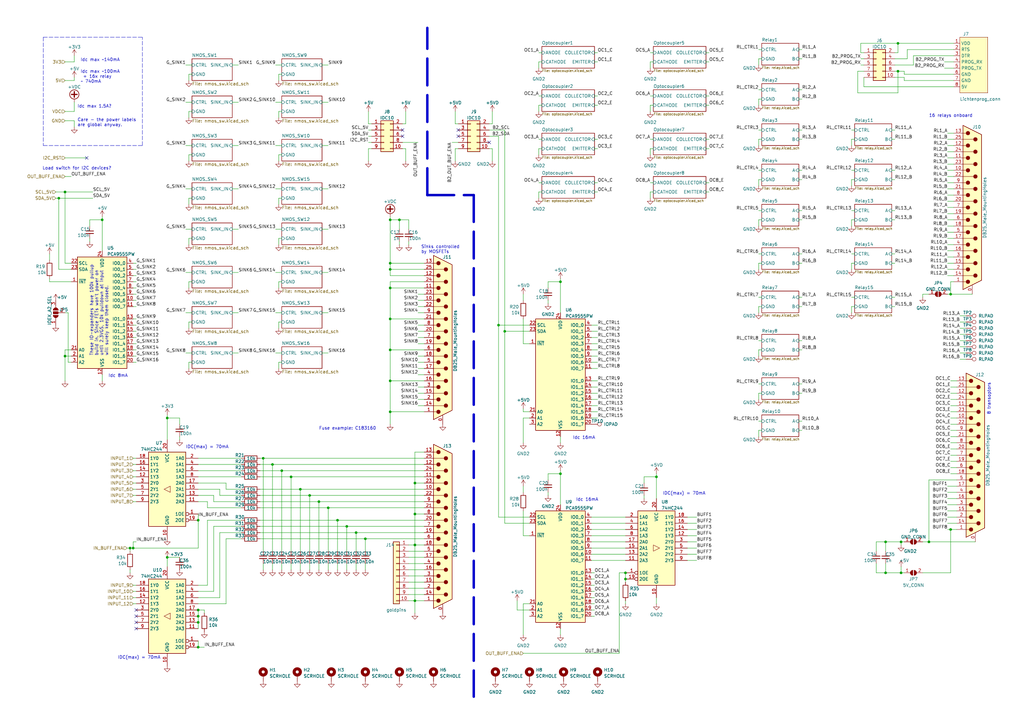
<source format=kicad_sch>
(kicad_sch (version 20211123) (generator eeschema)
  (paper "A3")
  (junction (at 81.28 265.43))
  (junction (at 160.02 90.17))
  (junction (at 130.81 205.74))
  (junction (at 163.83 90.17))
  (junction (at 53.34 224.79))
  (junction (at 81.28 213.36))
  (junction (at 389.89 217.17))
  (junction (at 160.02 143.51))
  (junction (at 107.95 187.96))
  (junction (at 41.91 90.17))
  (junction (at 81.28 255.27))
  (junction (at 142.24 215.9))
  (junction (at 160.02 107.95))
  (junction (at 68.58 228.6))
  (junction (at 389.89 120.65))
  (junction (at 68.58 171.45))
  (junction (at 369.57 234.95))
  (junction (at 369.57 222.25))
  (junction (at 134.62 208.28))
  (junction (at 170.18 246.38))
  (junction (at 149.86 220.98))
  (junction (at 160.02 130.81))
  (junction (at 269.24 195.58))
  (junction (at 160.02 118.11))
  (junction (at 81.28 252.73))
  (junction (at 26.67 78.74))
  (junction (at 160.02 110.49))
  (junction (at 146.05 218.44))
  (junction (at 160.02 168.91))
  (junction (at 381 222.25))
  (junction (at 24.13 81.28))
  (junction (at 256.54 234.95))
  (junction (at 160.02 156.21))
  (junction (at 54.61 224.79))
  (junction (at 204.47 133.35))
  (junction (at 119.38 195.58))
  (junction (at 207.01 135.89))
  (junction (at 363.22 222.25))
  (junction (at 111.76 190.5))
  (junction (at 81.28 250.19))
  (junction (at 256.54 237.49))
  (junction (at 26.67 146.05))
  (junction (at 368.3 17.78))
  (junction (at 123.19 200.66))
  (junction (at 368.3 29.21))
  (junction (at 229.87 194.31))
  (junction (at 229.87 115.57))
  (junction (at 138.43 213.36))
  (junction (at 115.57 193.04))
  (junction (at 127 203.2))
  (junction (at 170.18 223.52))
  (junction (at 170.18 198.12))
  (junction (at 363.22 234.95))
  (junction (at 170.18 210.82))
  (no_connect (at 55.88 252.73))
  (no_connect (at 187.96 55.88))
  (no_connect (at 187.96 53.34))
  (no_connect (at 165.1 55.88))
  (no_connect (at 55.88 257.81))
  (no_connect (at 55.88 255.27))
  (no_connect (at 35.56 64.77))
  (no_connect (at 200.66 58.42))
  (no_connect (at 55.88 250.19))
  (no_connect (at 165.1 53.34))
  (wire (pts (xy 266.7 78.74) (xy 266.7 81.28)))
  (wire (pts (xy 370.84 234.95) (xy 369.57 234.95)))
  (wire (pts (xy 54.61 198.12) (xy 55.88 198.12)))
  (wire (pts (xy 106.68 193.04) (xy 115.57 193.04)))
  (wire (pts (xy 134.62 208.28) (xy 173.99 208.28)))
  (wire (pts (xy 289.56 43.18) (xy 290.83 43.18)))
  (wire (pts (xy 388.62 77.47) (xy 391.16 77.47)))
  (wire (pts (xy 95.25 41.91) (xy 97.79 41.91)))
  (wire (pts (xy 119.38 233.68) (xy 119.38 231.14)))
  (wire (pts (xy 81.28 252.73) (xy 81.28 255.27)))
  (wire (pts (xy 106.68 208.28) (xy 134.62 208.28)))
  (wire (pts (xy 115.57 193.04) (xy 173.99 193.04)))
  (wire (pts (xy 30.48 41.91) (xy 30.48 45.72)))
  (wire (pts (xy 171.45 133.35) (xy 173.99 133.35)))
  (wire (pts (xy 68.58 170.18) (xy 68.58 171.45)))
  (wire (pts (xy 29.21 115.57) (xy 20.32 115.57)))
  (wire (pts (xy 327.66 157.48) (xy 328.93 157.48)))
  (wire (pts (xy 243.84 43.18) (xy 245.11 43.18)))
  (wire (pts (xy 106.68 187.96) (xy 107.95 187.96)))
  (wire (pts (xy 27.94 128.27) (xy 27.94 148.59)))
  (wire (pts (xy 393.7 134.62) (xy 396.24 134.62)))
  (wire (pts (xy 160.02 90.17) (xy 160.02 107.95)))
  (wire (pts (xy 243.84 57.15) (xy 245.11 57.15)))
  (wire (pts (xy 372.11 20.32) (xy 372.11 24.13)))
  (wire (pts (xy 166.37 66.04) (xy 166.37 60.96)))
  (wire (pts (xy 81.28 203.2) (xy 87.63 203.2)))
  (wire (pts (xy 285.75 214.63) (xy 281.94 214.63)))
  (wire (pts (xy 77.47 148.59) (xy 77.47 151.13)))
  (wire (pts (xy 388.62 204.47) (xy 392.43 204.47)))
  (wire (pts (xy 312.42 40.64) (xy 311.15 40.64)))
  (wire (pts (xy 387.35 27.94) (xy 391.16 27.94)))
  (wire (pts (xy 349.25 125.73) (xy 349.25 128.27)))
  (wire (pts (xy 123.19 233.68) (xy 123.19 231.14)))
  (wire (pts (xy 266.7 39.37) (xy 267.97 39.37)))
  (wire (pts (xy 151.13 60.96) (xy 152.4 60.96)))
  (wire (pts (xy 95.25 26.67) (xy 97.79 26.67)))
  (wire (pts (xy 114.3 45.72) (xy 114.3 48.26)))
  (wire (pts (xy 367.03 21.59) (xy 368.3 21.59)))
  (wire (pts (xy 171.45 158.75) (xy 173.99 158.75)))
  (wire (pts (xy 76.2 26.67) (xy 78.74 26.67)))
  (wire (pts (xy 381 120.65) (xy 378.46 120.65)))
  (wire (pts (xy 55.88 118.11) (xy 54.61 118.11)))
  (wire (pts (xy 160.02 115.57) (xy 173.99 115.57)))
  (wire (pts (xy 370.84 222.25) (xy 369.57 222.25)))
  (wire (pts (xy 85.09 240.03) (xy 85.09 213.36)))
  (wire (pts (xy 167.64 231.14) (xy 173.99 231.14)))
  (wire (pts (xy 365.76 86.36) (xy 367.03 86.36)))
  (wire (pts (xy 389.89 156.21) (xy 392.43 156.21)))
  (wire (pts (xy 349.25 104.14) (xy 350.52 104.14)))
  (wire (pts (xy 95.25 93.98) (xy 97.79 93.98)))
  (wire (pts (xy 90.17 245.11) (xy 90.17 218.44)))
  (wire (pts (xy 76.2 128.27) (xy 78.74 128.27)))
  (wire (pts (xy 151.13 66.04) (xy 151.13 60.96)))
  (wire (pts (xy 170.18 185.42) (xy 173.99 185.42)))
  (wire (pts (xy 30.48 52.07) (xy 30.48 49.53)))
  (wire (pts (xy 327.66 20.32) (xy 328.93 20.32)))
  (wire (pts (xy 327.66 57.15) (xy 328.93 57.15)))
  (wire (pts (xy 54.61 107.95) (xy 55.88 107.95)))
  (wire (pts (xy 165.1 58.42) (xy 171.45 58.42)))
  (wire (pts (xy 55.88 148.59) (xy 54.61 148.59)))
  (wire (pts (xy 78.74 30.48) (xy 77.47 30.48)))
  (wire (pts (xy 185.42 58.42) (xy 187.96 58.42)))
  (wire (pts (xy 389.89 161.29) (xy 392.43 161.29)))
  (wire (pts (xy 77.47 81.28) (xy 77.47 83.82)))
  (wire (pts (xy 127 203.2) (xy 173.99 203.2)))
  (wire (pts (xy 243.84 25.4) (xy 245.11 25.4)))
  (wire (pts (xy 167.64 246.38) (xy 170.18 246.38)))
  (wire (pts (xy 388.62 82.55) (xy 391.16 82.55)))
  (wire (pts (xy 359.41 222.25) (xy 359.41 226.06)))
  (wire (pts (xy 256.54 222.25) (xy 242.57 222.25)))
  (wire (pts (xy 327.66 53.34) (xy 328.93 53.34)))
  (wire (pts (xy 149.86 220.98) (xy 173.99 220.98)))
  (wire (pts (xy 214.63 199.39) (xy 214.63 201.93)))
  (wire (pts (xy 106.68 205.74) (xy 130.81 205.74)))
  (wire (pts (xy 311.15 143.51) (xy 311.15 146.05)))
  (wire (pts (xy 160.02 110.49) (xy 173.99 110.49)))
  (wire (pts (xy 92.71 200.66) (xy 99.06 200.66)))
  (wire (pts (xy 166.37 60.96) (xy 165.1 60.96)))
  (wire (pts (xy 378.46 234.95) (xy 389.89 234.95)))
  (wire (pts (xy 55.88 113.03) (xy 54.61 113.03)))
  (wire (pts (xy 242.57 156.21) (xy 245.11 156.21)))
  (wire (pts (xy 389.89 115.57) (xy 391.16 115.57)))
  (wire (pts (xy 138.43 233.68) (xy 138.43 231.14)))
  (wire (pts (xy 114.3 132.08) (xy 114.3 134.62)))
  (wire (pts (xy 365.76 69.85) (xy 367.03 69.85)))
  (wire (pts (xy 311.15 104.14) (xy 312.42 104.14)))
  (wire (pts (xy 256.54 212.09) (xy 242.57 212.09)))
  (wire (pts (xy 20.32 104.14) (xy 20.32 106.68)))
  (wire (pts (xy 256.54 214.63) (xy 242.57 214.63)))
  (wire (pts (xy 224.79 124.46) (xy 224.79 123.19)))
  (polyline (pts (xy 58.42 59.69) (xy 58.42 15.24)))
  (wire (pts (xy 289.56 57.15) (xy 290.83 57.15)))
  (wire (pts (xy 95.25 77.47) (xy 97.79 77.47)))
  (wire (pts (xy 311.15 125.73) (xy 311.15 128.27)))
  (wire (pts (xy 173.99 198.12) (xy 170.18 198.12)))
  (wire (pts (xy 76.2 144.78) (xy 78.74 144.78)))
  (wire (pts (xy 78.74 97.79) (xy 77.47 97.79)))
  (wire (pts (xy 393.7 129.54) (xy 396.24 129.54)))
  (wire (pts (xy 389.89 189.23) (xy 392.43 189.23)))
  (wire (pts (xy 113.03 144.78) (xy 115.57 144.78)))
  (wire (pts (xy 81.28 198.12) (xy 92.71 198.12)))
  (wire (pts (xy 81.28 250.19) (xy 83.82 250.19)))
  (wire (pts (xy 151.13 55.88) (xy 152.4 55.88)))
  (wire (pts (xy 388.62 67.31) (xy 391.16 67.31)))
  (wire (pts (xy 269.24 245.11) (xy 269.24 247.65)))
  (wire (pts (xy 374.65 22.86) (xy 391.16 22.86)))
  (wire (pts (xy 285.75 212.09) (xy 281.94 212.09)))
  (wire (pts (xy 264.16 195.58) (xy 264.16 198.12)))
  (wire (pts (xy 388.62 72.39) (xy 391.16 72.39)))
  (wire (pts (xy 26.67 72.39) (xy 29.21 72.39)))
  (wire (pts (xy 186.69 50.8) (xy 187.96 50.8)))
  (wire (pts (xy 81.28 213.36) (xy 81.28 224.79)))
  (wire (pts (xy 30.48 33.02) (xy 30.48 31.75)))
  (wire (pts (xy 243.84 60.96) (xy 245.11 60.96)))
  (wire (pts (xy 171.45 123.19) (xy 173.99 123.19)))
  (wire (pts (xy 285.75 229.87) (xy 281.94 229.87)))
  (wire (pts (xy 160.02 156.21) (xy 160.02 168.91)))
  (wire (pts (xy 77.47 115.57) (xy 77.47 118.11)))
  (wire (pts (xy 393.7 144.78) (xy 396.24 144.78)))
  (wire (pts (xy 53.34 224.79) (xy 53.34 226.06)))
  (wire (pts (xy 163.83 90.17) (xy 167.64 90.17)))
  (wire (pts (xy 113.03 128.27) (xy 115.57 128.27)))
  (wire (pts (xy 388.62 102.87) (xy 391.16 102.87)))
  (wire (pts (xy 54.61 190.5) (xy 55.88 190.5)))
  (wire (pts (xy 214.63 167.64) (xy 214.63 168.91)))
  (wire (pts (xy 55.88 115.57) (xy 54.61 115.57)))
  (wire (pts (xy 243.84 237.49) (xy 242.57 237.49)))
  (wire (pts (xy 114.3 63.5) (xy 114.3 66.04)))
  (wire (pts (xy 266.7 43.18) (xy 266.7 45.72)))
  (wire (pts (xy 160.02 88.9) (xy 160.02 90.17)))
  (wire (pts (xy 365.76 104.14) (xy 367.03 104.14)))
  (wire (pts (xy 214.63 171.45) (xy 217.17 171.45)))
  (wire (pts (xy 388.62 87.63) (xy 391.16 87.63)))
  (wire (pts (xy 73.66 180.34) (xy 73.66 179.07)))
  (wire (pts (xy 55.88 130.81) (xy 54.61 130.81)))
  (wire (pts (xy 27.94 148.59) (xy 29.21 148.59)))
  (wire (pts (xy 149.86 233.68) (xy 149.86 231.14)))
  (wire (pts (xy 106.68 190.5) (xy 111.76 190.5)))
  (wire (pts (xy 289.56 25.4) (xy 290.83 25.4)))
  (wire (pts (xy 76.2 41.91) (xy 78.74 41.91)))
  (wire (pts (xy 289.56 21.59) (xy 290.83 21.59)))
  (wire (pts (xy 256.54 237.49) (xy 256.54 238.76)))
  (wire (pts (xy 267.97 43.18) (xy 266.7 43.18)))
  (wire (pts (xy 212.09 246.38) (xy 212.09 250.19)))
  (wire (pts (xy 87.63 215.9) (xy 87.63 242.57)))
  (wire (pts (xy 171.45 138.43) (xy 173.99 138.43)))
  (wire (pts (xy 388.62 64.77) (xy 391.16 64.77)))
  (wire (pts (xy 388.62 85.09) (xy 391.16 85.09)))
  (wire (pts (xy 119.38 195.58) (xy 173.99 195.58)))
  (wire (pts (xy 388.62 110.49) (xy 391.16 110.49)))
  (wire (pts (xy 77.47 132.08) (xy 77.47 134.62)))
  (wire (pts (xy 85.09 208.28) (xy 85.09 205.74)))
  (wire (pts (xy 224.79 203.2) (xy 224.79 201.93)))
  (wire (pts (xy 114.3 81.28) (xy 114.3 83.82)))
  (wire (pts (xy 99.0145 215.9) (xy 87.63 215.9)))
  (wire (pts (xy 167.64 241.3) (xy 173.99 241.3)))
  (wire (pts (xy 114.3 115.57) (xy 114.3 118.11)))
  (wire (pts (xy 214.63 219.71) (xy 214.63 209.55)))
  (wire (pts (xy 285.75 222.25) (xy 281.94 222.25)))
  (wire (pts (xy 349.25 57.15) (xy 349.25 59.69)))
  (wire (pts (xy 146.05 233.68) (xy 146.05 231.14)))
  (wire (pts (xy 217.17 219.71) (xy 214.63 219.71)))
  (wire (pts (xy 374.65 22.86) (xy 374.65 26.67)))
  (wire (pts (xy 78.74 132.08) (xy 77.47 132.08)))
  (wire (pts (xy 55.88 143.51) (xy 54.61 143.51)))
  (wire (pts (xy 107.95 233.68) (xy 107.95 231.14)))
  (wire (pts (xy 327.66 161.29) (xy 328.93 161.29)))
  (wire (pts (xy 243.84 21.59) (xy 245.11 21.59)))
  (wire (pts (xy 389.89 163.83) (xy 392.43 163.83)))
  (wire (pts (xy 160.02 113.03) (xy 173.99 113.03)))
  (polyline (pts (xy 17.78 15.24) (xy 58.42 15.24)))
  (wire (pts (xy 83.82 250.19) (xy 83.82 251.46)))
  (wire (pts (xy 353.06 24.13) (xy 354.33 24.13)))
  (wire (pts (xy 167.64 243.84) (xy 173.99 243.84)))
  (wire (pts (xy 370.84 31.75) (xy 367.03 31.75)))
  (wire (pts (xy 201.93 50.8) (xy 200.66 50.8)))
  (wire (pts (xy 207.01 214.63) (xy 217.17 214.63)))
  (wire (pts (xy 163.83 90.17) (xy 163.83 93.98)))
  (wire (pts (xy 54.61 203.2) (xy 55.88 203.2)))
  (wire (pts (xy 81.28 242.57) (xy 87.63 242.57)))
  (wire (pts (xy 370.84 33.02) (xy 391.16 33.02)))
  (wire (pts (xy 369.57 222.25) (xy 369.57 223.52)))
  (wire (pts (xy 160.02 118.11) (xy 160.02 130.81)))
  (wire (pts (xy 27.94 128.27) (xy 26.67 128.27)))
  (wire (pts (xy 54.61 245.11) (xy 55.88 245.11)))
  (wire (pts (xy 242.57 143.51) (xy 245.11 143.51)))
  (wire (pts (xy 388.62 69.85) (xy 391.16 69.85)))
  (wire (pts (xy 389.89 176.53) (xy 392.43 176.53)))
  (wire (pts (xy 85.09 208.28) (xy 99.06 208.28)))
  (wire (pts (xy 389.89 158.75) (xy 392.43 158.75)))
  (wire (pts (xy 370.84 30.48) (xy 370.84 29.21)))
  (wire (pts (xy 160.02 113.03) (xy 160.02 110.49)))
  (wire (pts (xy 388.62 74.93) (xy 391.16 74.93)))
  (wire (pts (xy 243.84 252.73) (xy 242.57 252.73)))
  (wire (pts (xy 204.47 133.35) (xy 217.17 133.35)))
  (wire (pts (xy 312.42 90.17) (xy 311.15 90.17)))
  (wire (pts (xy 163.83 90.17) (xy 160.02 90.17)))
  (wire (pts (xy 389.89 120.65) (xy 398.78 120.65)))
  (wire (pts (xy 115.57 63.5) (xy 114.3 63.5)))
  (wire (pts (xy 55.88 110.49) (xy 54.61 110.49)))
  (wire (pts (xy 393.7 142.24) (xy 396.24 142.24)))
  (wire (pts (xy 254 234.95) (xy 256.54 234.95)))
  (wire (pts (xy 95.25 111.76) (xy 97.79 111.76)))
  (wire (pts (xy 350.52 125.73) (xy 349.25 125.73)))
  (wire (pts (xy 349.25 69.85) (xy 350.52 69.85)))
  (wire (pts (xy 351.79 38.1) (xy 351.79 29.21)))
  (wire (pts (xy 55.88 123.19) (xy 54.61 123.19)))
  (wire (pts (xy 107.95 187.96) (xy 107.95 226.06)))
  (wire (pts (xy 54.61 242.57) (xy 55.88 242.57)))
  (wire (pts (xy 389.89 186.69) (xy 392.43 186.69)))
  (wire (pts (xy 55.88 125.73) (xy 54.61 125.73)))
  (wire (pts (xy 167.64 228.6) (xy 173.99 228.6)))
  (wire (pts (xy 388.62 217.17) (xy 389.89 217.17)))
  (wire (pts (xy 289.56 78.74) (xy 290.83 78.74)))
  (wire (pts (xy 368.3 17.78) (xy 368.3 21.59)))
  (wire (pts (xy 311.15 161.29) (xy 311.15 163.83)))
  (wire (pts (xy 242.57 166.37) (xy 245.11 166.37)))
  (wire (pts (xy 22.86 78.74) (xy 26.67 78.74)))
  (wire (pts (xy 55.88 120.65) (xy 54.61 120.65)))
  (wire (pts (xy 327.66 86.36) (xy 328.93 86.36)))
  (wire (pts (xy 229.87 114.3) (xy 229.87 115.57)))
  (wire (pts (xy 311.15 57.15) (xy 311.15 59.69)))
  (wire (pts (xy 54.61 205.74) (xy 55.88 205.74)))
  (wire (pts (xy 123.19 200.66) (xy 173.99 200.66)))
  (wire (pts (xy 171.45 125.73) (xy 173.99 125.73)))
  (wire (pts (xy 20.32 115.57) (xy 20.32 114.3)))
  (wire (pts (xy 311.15 90.17) (xy 311.15 92.71)))
  (wire (pts (xy 264.16 204.47) (xy 264.16 203.2)))
  (wire (pts (xy 311.15 40.64) (xy 311.15 43.18)))
  (wire (pts (xy 78.74 148.59) (xy 77.47 148.59)))
  (wire (pts (xy 388.62 201.93) (xy 392.43 201.93)))
  (wire (pts (xy 204.47 212.09) (xy 217.17 212.09)))
  (wire (pts (xy 92.71 198.12) (xy 92.71 200.66)))
  (wire (pts (xy 214.63 171.45) (xy 214.63 181.61)))
  (wire (pts (xy 266.7 74.93) (xy 267.97 74.93)))
  (wire (pts (xy 388.62 100.33) (xy 391.16 100.33)))
  (wire (pts (xy 54.61 222.25) (xy 55.88 222.25)))
  (wire (pts (xy 243.84 39.37) (xy 245.11 39.37)))
  (wire (pts (xy 214.63 120.65) (xy 214.63 123.19)))
  (wire (pts (xy 327.66 172.72) (xy 328.93 172.72)))
  (wire (pts (xy 111.76 233.68) (xy 111.76 231.14)))
  (wire (pts (xy 393.7 132.08) (xy 396.24 132.08)))
  (wire (pts (xy 389.89 179.07) (xy 392.43 179.07)))
  (wire (pts (xy 30.48 49.53) (xy 26.67 49.53)))
  (wire (pts (xy 68.58 228.6) (xy 73.66 228.6)))
  (wire (pts (xy 222.25 60.96) (xy 220.98 60.96)))
  (wire (pts (xy 388.62 95.25) (xy 391.16 95.25)))
  (wire (pts (xy 78.74 45.72) (xy 77.47 45.72)))
  (wire (pts (xy 222.25 78.74) (xy 220.98 78.74)))
  (wire (pts (xy 68.58 228.6) (xy 68.58 232.41)))
  (wire (pts (xy 54.61 195.58) (xy 55.88 195.58)))
  (wire (pts (xy 115.57 30.48) (xy 114.3 30.48)))
  (wire (pts (xy 327.66 139.7) (xy 328.93 139.7)))
  (wire (pts (xy 81.28 187.96) (xy 99.06 187.96)))
  (wire (pts (xy 389.89 168.91) (xy 392.43 168.91)))
  (wire (pts (xy 78.74 63.5) (xy 77.47 63.5)))
  (wire (pts (xy 311.15 107.95) (xy 311.15 110.49)))
  (wire (pts (xy 81.28 245.11) (xy 90.17 245.11)))
  (wire (pts (xy 201.93 66.04) (xy 201.93 60.96)))
  (wire (pts (xy 388.62 199.39) (xy 392.43 199.39)))
  (wire (pts (xy 243.84 74.93) (xy 245.11 74.93)))
  (wire (pts (xy 311.15 121.92) (xy 312.42 121.92)))
  (wire (pts (xy 350.52 57.15) (xy 349.25 57.15)))
  (wire (pts (xy 256.54 234.95) (xy 256.54 237.49)))
  (wire (pts (xy 78.74 81.28) (xy 77.47 81.28)))
  (wire (pts (xy 95.25 59.69) (xy 97.79 59.69)))
  (wire (pts (xy 111.76 190.5) (xy 111.76 226.06)))
  (wire (pts (xy 388.62 97.79) (xy 391.16 97.79)))
  (wire (pts (xy 388.62 107.95) (xy 391.16 107.95)))
  (wire (pts (xy 24.13 81.28) (xy 38.1 81.28)))
  (wire (pts (xy 256.54 229.87) (xy 242.57 229.87)))
  (wire (pts (xy 167.64 223.52) (xy 170.18 223.52)))
  (wire (pts (xy 242.57 135.89) (xy 245.11 135.89)))
  (wire (pts (xy 327.66 176.53) (xy 328.93 176.53)))
  (wire (pts (xy 266.7 25.4) (xy 266.7 27.94)))
  (polyline (pts (xy 175.26 80.01) (xy 194.31 80.01)) (stroke (width 1)))
  (wire (pts (xy 217.17 140.97) (xy 214.63 140.97)))
  (wire (pts (xy 388.62 209.55) (xy 392.43 209.55)))
  (wire (pts (xy 106.68 200.66) (xy 123.19 200.66)))
  (wire (pts (xy 170.18 185.42) (xy 170.18 198.12)))
  (wire (pts (xy 389.89 120.65) (xy 388.62 120.65)))
  (wire (pts (xy 41.91 90.17) (xy 36.83 90.17)))
  (wire (pts (xy 171.45 120.65) (xy 173.99 120.65)))
  (wire (pts (xy 113.03 59.69) (xy 115.57 59.69)))
  (wire (pts (xy 55.88 138.43) (xy 54.61 138.43)))
  (wire (pts (xy 30.48 25.4) (xy 30.48 22.86)))
  (polyline (pts (xy 17.78 59.69) (xy 58.42 59.69)))
  (wire (pts (xy 349.25 121.92) (xy 350.52 121.92)))
  (wire (pts (xy 312.42 57.15) (xy 311.15 57.15)))
  (wire (pts (xy 363.22 231.14) (xy 363.22 234.95)))
  (wire (pts (xy 54.61 224.79) (xy 54.61 222.25)))
  (wire (pts (xy 77.47 30.48) (xy 77.47 33.02)))
  (wire (pts (xy 138.43 213.36) (xy 173.99 213.36)))
  (wire (pts (xy 171.45 163.83) (xy 173.99 163.83)))
  (wire (pts (xy 113.03 111.76) (xy 115.57 111.76)))
  (wire (pts (xy 353.06 21.59) (xy 354.33 21.59)))
  (wire (pts (xy 127 233.68) (xy 127 231.14)))
  (wire (pts (xy 381 222.25) (xy 400.05 222.25)))
  (wire (pts (xy 214.63 267.97) (xy 254 267.97)))
  (wire (pts (xy 222.25 25.4) (xy 220.98 25.4)))
  (wire (pts (xy 132.08 77.47) (xy 134.62 77.47)))
  (wire (pts (xy 388.62 113.03) (xy 391.16 113.03)))
  (wire (pts (xy 41.91 90.17) (xy 41.91 102.87)))
  (wire (pts (xy 107.95 187.96) (xy 173.99 187.96)))
  (wire (pts (xy 160.02 168.91) (xy 160.02 173.99)))
  (wire (pts (xy 370.84 33.02) (xy 370.84 31.75)))
  (wire (pts (xy 68.58 171.45) (xy 73.66 171.45)))
  (wire (pts (xy 388.62 80.01) (xy 391.16 80.01)))
  (wire (pts (xy 24.13 81.28) (xy 22.86 81.28)))
  (wire (pts (xy 132.08 93.98) (xy 134.62 93.98)))
  (wire (pts (xy 363.22 222.25) (xy 369.57 222.25)))
  (wire (pts (xy 220.98 43.18) (xy 220.98 45.72)))
  (wire (pts (xy 388.62 54.61) (xy 391.16 54.61)))
  (wire (pts (xy 52.07 224.79) (xy 53.34 224.79)))
  (wire (pts (xy 349.25 90.17) (xy 349.25 92.71)))
  (wire (pts (xy 229.87 194.31) (xy 224.79 194.31)))
  (wire (pts (xy 388.62 214.63) (xy 392.43 214.63)))
  (wire (pts (xy 114.3 30.48) (xy 114.3 33.02)))
  (wire (pts (xy 204.47 133.35) (xy 204.47 212.09)))
  (wire (pts (xy 171.45 135.89) (xy 173.99 135.89)))
  (wire (pts (xy 76.2 111.76) (xy 78.74 111.76)))
  (wire (pts (xy 115.57 148.59) (xy 114.3 148.59)))
  (wire (pts (xy 393.7 147.32) (xy 396.24 147.32)))
  (wire (pts (xy 267.97 78.74) (xy 266.7 78.74)))
  (wire (pts (xy 354.33 35.56) (xy 391.16 35.56)))
  (wire (pts (xy 55.88 135.89) (xy 54.61 135.89)))
  (wire (pts (xy 220.98 57.15) (xy 222.25 57.15)))
  (wire (pts (xy 77.47 97.79) (xy 77.47 100.33)))
  (wire (pts (xy 363.22 234.95) (xy 359.41 234.95)))
  (wire (pts (xy 171.45 153.67) (xy 173.99 153.67)))
  (wire (pts (xy 170.18 223.52) (xy 170.18 246.38)))
  (wire (pts (xy 207.01 135.89) (xy 207.01 53.34)))
  (wire (pts (xy 351.79 29.21) (xy 354.33 29.21)))
  (wire (pts (xy 389.89 181.61) (xy 392.43 181.61)))
  (wire (pts (xy 381 196.85) (xy 381 222.25)))
  (wire (pts (xy 365.76 125.73) (xy 367.03 125.73)))
  (wire (pts (xy 115.57 45.72) (xy 114.3 45.72)))
  (wire (pts (xy 311.15 53.34) (xy 312.42 53.34)))
  (wire (pts (xy 130.81 233.68) (xy 130.81 231.14)))
  (wire (pts (xy 393.7 139.7) (xy 396.24 139.7)))
  (wire (pts (xy 353.06 26.67) (xy 354.33 26.67)))
  (wire (pts (xy 254 267.97) (xy 254 234.95)))
  (wire (pts (xy 78.74 115.57) (xy 77.47 115.57)))
  (wire (pts (xy 171.45 151.13) (xy 173.99 151.13)))
  (wire (pts (xy 388.62 105.41) (xy 391.16 105.41)))
  (wire (pts (xy 242.57 151.13) (xy 245.11 151.13)))
  (wire (pts (xy 242.57 140.97) (xy 245.11 140.97)))
  (wire (pts (xy 55.88 140.97) (xy 54.61 140.97)))
  (wire (pts (xy 224.79 115.57) (xy 224.79 118.11)))
  (wire (pts (xy 388.62 57.15) (xy 391.16 57.15)))
  (wire (pts (xy 36.83 90.17) (xy 36.83 92.71)))
  (wire (pts (xy 142.24 215.9) (xy 106.6345 215.9)))
  (wire (pts (xy 81.28 195.58) (xy 99.06 195.58)))
  (wire (pts (xy 229.87 115.57) (xy 229.87 128.27)))
  (wire (pts (xy 26.67 25.4) (xy 30.48 25.4)))
  (wire (pts (xy 369.57 234.95) (xy 363.22 234.95)))
  (wire (pts (xy 160.02 168.91) (xy 173.99 168.91)))
  (wire (pts (xy 388.62 90.17) (xy 391.16 90.17)))
  (wire (pts (xy 170.18 210.82) (xy 170.18 223.52)))
  (wire (pts (xy 170.18 210.82) (xy 173.99 210.82)))
  (wire (pts (xy 220.98 60.96) (xy 220.98 63.5)))
  (wire (pts (xy 170.18 223.52) (xy 173.99 223.52)))
  (wire (pts (xy 389.89 166.37) (xy 392.43 166.37)))
  (wire (pts (xy 350.52 73.66) (xy 349.25 73.66)))
  (wire (pts (xy 372.11 24.13) (xy 367.03 24.13)))
  (wire (pts (xy 349.25 53.34) (xy 350.52 53.34)))
  (wire (pts (xy 312.42 125.73) (xy 311.15 125.73)))
  (wire (pts (xy 85.09 213.36) (xy 99.06 213.36)))
  (wire (pts (xy 134.62 208.28) (xy 134.62 226.06)))
  (wire (pts (xy 327.66 107.95) (xy 328.93 107.95)))
  (wire (pts (xy 312.42 107.95) (xy 311.15 107.95)))
  (wire (pts (xy 113.03 77.47) (xy 115.57 77.47)))
  (wire (pts (xy 285.75 217.17) (xy 281.94 217.17)))
  (wire (pts (xy 166.37 50.8) (xy 165.1 50.8)))
  (wire (pts (xy 132.08 128.27) (xy 134.62 128.27)))
  (wire (pts (xy 372.11 20.32) (xy 391.16 20.32)))
  (wire (pts (xy 389.89 217.17) (xy 392.43 217.17)))
  (wire (pts (xy 370.84 29.21) (xy 368.3 29.21)))
  (wire (pts (xy 81.28 262.89) (xy 81.28 265.43)))
  (wire (pts (xy 242.57 146.05) (xy 245.11 146.05)))
  (wire (pts (xy 151.13 58.42) (xy 152.4 58.42)))
  (wire (pts (xy 115.57 97.79) (xy 114.3 97.79)))
  (wire (pts (xy 106.68 203.2) (xy 127 203.2)))
  (wire (pts (xy 170.18 246.38) (xy 173.99 246.38)))
  (wire (pts (xy 350.52 90.17) (xy 349.25 90.17)))
  (wire (pts (xy 243.84 78.74) (xy 245.11 78.74)))
  (wire (pts (xy 115.57 193.04) (xy 115.57 226.06)))
  (wire (pts (xy 392.43 196.85) (xy 381 196.85)))
  (wire (pts (xy 269.24 194.31) (xy 269.24 195.58)))
  (wire (pts (xy 365.76 57.15) (xy 367.03 57.15)))
  (wire (pts (xy 130.81 205.74) (xy 130.81 226.06)))
  (wire (pts (xy 115.57 132.08) (xy 114.3 132.08)))
  (wire (pts (xy 269.24 195.58) (xy 269.24 204.47)))
  (wire (pts (xy 229.87 193.04) (xy 229.87 194.31)))
  (wire (pts (xy 365.76 73.66) (xy 367.03 73.66)))
  (wire (pts (xy 87.63 205.74) (xy 99.06 205.74)))
  (wire (pts (xy 55.88 133.35) (xy 54.61 133.35)))
  (wire (pts (xy 26.67 64.77) (xy 35.56 64.77)))
  (wire (pts (xy 363.22 222.25) (xy 359.41 222.25)))
  (wire (pts (xy 256.54 217.17) (xy 242.57 217.17)))
  (wire (pts (xy 350.52 107.95) (xy 349.25 107.95)))
  (wire (pts (xy 90.17 218.44) (xy 99.06 218.44)))
  (wire (pts (xy 285.75 219.71) (xy 281.94 219.71)))
  (wire (pts (xy 229.87 260.35) (xy 229.87 257.81)))
  (wire (pts (xy 369.57 234.95) (xy 369.57 232.41)))
  (wire (pts (xy 41.91 88.9) (xy 41.91 90.17)))
  (wire (pts (xy 171.45 146.05) (xy 173.99 146.05)))
  (wire (pts (xy 54.61 247.65) (xy 55.88 247.65)))
  (wire (pts (xy 243.84 247.65) (xy 242.57 247.65)))
  (wire (pts (xy 106.68 195.58) (xy 119.38 195.58)))
  (wire (pts (xy 167.64 233.68) (xy 173.99 233.68)))
  (wire (pts (xy 26.67 78.74) (xy 26.67 107.95)))
  (wire (pts (xy 132.08 144.78) (xy 134.62 144.78)))
  (wire (pts (xy 388.62 212.09) (xy 392.43 212.09)))
  (wire (pts (xy 113.03 26.67) (xy 115.57 26.67)))
  (wire (pts (xy 160.02 130.81) (xy 173.99 130.81)))
  (wire (pts (xy 90.17 200.66) (xy 90.17 203.2)))
  (wire (pts (xy 81.28 255.27) (xy 81.28 257.81)))
  (wire (pts (xy 311.15 172.72) (xy 312.42 172.72)))
  (wire (pts (xy 167.64 226.06) (xy 173.99 226.06)))
  (wire (pts (xy 311.15 139.7) (xy 312.42 139.7)))
  (wire (pts (xy 224.79 194.31) (xy 224.79 196.85)))
  (wire (pts (xy 327.66 36.83) (xy 328.93 36.83)))
  (wire (pts (xy 207.01 135.89) (xy 207.01 214.63)))
  (wire (pts (xy 81.28 210.82) (xy 81.28 213.36)))
  (wire (pts (xy 115.57 115.57) (xy 114.3 115.57)))
  (wire (pts (xy 285.75 227.33) (xy 281.94 227.33)))
  (wire (pts (xy 327.66 125.73) (xy 328.93 125.73)))
  (wire (pts (xy 365.76 53.34) (xy 367.03 53.34)))
  (wire (pts (xy 389.89 217.17) (xy 389.89 234.95)))
  (wire (pts (xy 312.42 143.51) (xy 311.15 143.51)))
  (wire (pts (xy 87.63 203.2) (xy 87.63 205.74)))
  (wire (pts (xy 327.66 24.13) (xy 328.93 24.13)))
  (wire (pts (xy 266.7 21.59) (xy 267.97 21.59)))
  (wire (pts (xy 73.66 171.45) (xy 73.66 173.99)))
  (wire (pts (xy 312.42 176.53) (xy 311.15 176.53)))
  (wire (pts (xy 41.91 156.21) (xy 41.91 153.67)))
  (wire (pts (xy 242.57 171.45) (xy 245.11 171.45)))
  (wire (pts (xy 327.66 90.17) (xy 328.93 90.17)))
  (wire (pts (xy 242.57 148.59) (xy 245.11 148.59)))
  (wire (pts (xy 220.98 39.37) (xy 222.25 39.37)))
  (wire (pts (xy 171.45 161.29) (xy 173.99 161.29)))
  (wire (pts (xy 388.62 62.23) (xy 391.16 62.23)))
  (wire (pts (xy 26.67 143.51) (xy 26.67 146.05)))
  (wire (pts (xy 204.47 55.88) (xy 200.66 55.88)))
  (wire (pts (xy 76.2 93.98) (xy 78.74 93.98)))
  (wire (pts (xy 378.46 222.25) (xy 381 222.25)))
  (wire (pts (xy 132.08 59.69) (xy 134.62 59.69)))
  (wire (pts (xy 229.87 115.57) (xy 224.79 115.57)))
  (wire (pts (xy 311.15 86.36) (xy 312.42 86.36)))
  (wire (pts (xy 349.25 107.95) (xy 349.25 110.49)))
  (wire (pts (xy 85.09 205.74) (xy 81.28 205.74)))
  (wire (pts (xy 68.58 171.45) (xy 68.58 180.34)))
  (wire (pts (xy 269.24 195.58) (xy 264.16 195.58)))
  (wire (pts (xy 95.25 128.27) (xy 97.79 128.27)))
  (wire (pts (xy 119.38 195.58) (xy 119.38 226.06)))
  (wire (pts (xy 312.42 73.66) (xy 311.15 73.66)))
  (wire (pts (xy 167.64 100.33) (xy 167.64 99.06)))
  (wire (pts (xy 289.56 60.96) (xy 290.83 60.96)))
  (wire (pts (xy 166.37 45.72) (xy 166.37 50.8)))
  (wire (pts (xy 113.03 41.91) (xy 115.57 41.91)))
  (wire (pts (xy 242.57 163.83) (xy 245.11 163.83)))
  (wire (pts (xy 138.43 213.36) (xy 138.43 226.06)))
  (wire (pts (xy 115.57 81.28) (xy 114.3 81.28)))
  (wire (pts (xy 26.67 33.02) (xy 30.48 33.02)))
  (wire (pts (xy 29.21 110.49) (xy 24.13 110.49)))
  (wire (pts (xy 365.76 121.92) (xy 367.03 121.92)))
  (wire (pts (xy 256.54 219.71) (xy 242.57 219.71)))
  (wire (pts (xy 229.87 194.31) (xy 229.87 207.01)))
  (wire (pts (xy 370.84 30.48) (xy 391.16 30.48)))
  (wire (pts (xy 365.76 107.95) (xy 367.03 107.95)))
  (wire (pts (xy 160.02 107.95) (xy 173.99 107.95)))
  (wire (pts (xy 214.63 247.65) (xy 214.63 260.35)))
  (wire (pts (xy 353.06 17.78) (xy 353.06 21.59)))
  (wire (pts (xy 55.88 146.05) (xy 54.61 146.05)))
  (wire (pts (xy 81.28 265.43) (xy 83.82 265.43)))
  (wire (pts (xy 242.57 168.91) (xy 245.11 168.91)))
  (wire (pts (xy 387.35 25.4) (xy 391.16 25.4)))
  (wire (pts (xy 289.56 74.93) (xy 290.83 74.93)))
  (wire (pts (xy 368.3 38.1) (xy 351.79 38.1)))
  (wire (pts (xy 266.7 60.96) (xy 266.7 63.5)))
  (wire (pts (xy 26.67 146.05) (xy 26.67 156.21)))
  (wire (pts (xy 242.57 133.35) (xy 245.11 133.35)))
  (wire (pts (xy 201.93 60.96) (xy 200.66 60.96)))
  (wire (pts (xy 115.57 233.68) (xy 115.57 231.14)))
  (wire (pts (xy 127 203.2) (xy 127 226.06)))
  (wire (pts (xy 146.05 218.44) (xy 146.05 226.06)))
  (wire (pts (xy 327.66 104.14) (xy 328.93 104.14)))
  (wire (pts (xy 243.84 234.95) (xy 242.57 234.95)))
  (wire (pts (xy 26.67 146.05) (xy 29.21 146.05)))
  (wire (pts (xy 242.57 138.43) (xy 245.11 138.43)))
  (wire (pts (xy 95.25 144.78) (xy 97.79 144.78)))
  (wire (pts (xy 151.13 50.8) (xy 152.4 50.8)))
  (wire (pts (xy 256.54 224.79) (xy 242.57 224.79)))
  (wire (pts (xy 81.28 250.19) (xy 81.28 252.73)))
  (polyline (pts (xy 17.78 15.24) (xy 17.78 59.69)))
  (wire (pts (xy 132.08 111.76) (xy 134.62 111.76)))
  (wire (pts (xy 207.01 135.89) (xy 217.17 135.89)))
  (wire (pts (xy 54.61 193.04) (xy 55.88 193.04)))
  (wire (pts (xy 54.61 200.66) (xy 55.88 200.66)))
  (wire (pts (xy 243.84 242.57) (xy 242.57 242.57)))
  (wire (pts (xy 54.61 224.79) (xy 81.28 224.79)))
  (wire (pts (xy 77.47 63.5) (xy 77.47 66.04)))
  (wire (pts (xy 170.18 246.38) (xy 170.18 251.46)))
  (wire (pts (xy 368.3 29.21) (xy 367.03 29.21)))
  (wire (pts (xy 170.18 198.12) (xy 170.18 210.82)))
  (wire (pts (xy 134.62 233.68) (xy 134.62 231.14)))
  (wire (pts (xy 76.2 77.47) (xy 78.74 77.47)))
  (wire (pts (xy 142.24 215.9) (xy 173.99 215.9)))
  (wire (pts (xy 114.3 97.79) (xy 114.3 100.33)))
  (wire (pts (xy 167.64 90.17) (xy 167.64 93.98)))
  (polyline (pts (xy 175.26 80.01) (xy 175.26 11.43)) (stroke (width 1)))
  (wire (pts (xy 81.28 190.5) (xy 99.06 190.5)))
  (wire (pts (xy 217.17 250.19) (xy 212.09 250.19)))
  (wire (pts (xy 167.64 236.22) (xy 173.99 236.22)))
  (wire (pts (xy 388.62 59.69) (xy 391.16 59.69)))
  (wire (pts (xy 186.69 66.04) (xy 186.69 60.96)))
  (wire (pts (xy 53.34 224.79) (xy 54.61 224.79)))
  (wire (pts (xy 327.66 69.85) (xy 328.93 69.85)))
  (wire (pts (xy 149.86 220.98) (xy 106.68 220.98)))
  (wire (pts (xy 311.15 24.13) (xy 311.15 26.67)))
  (wire (pts (xy 327.66 73.66) (xy 328.93 73.66)))
  (wire (pts (xy 243.84 250.19) (xy 242.57 250.19)))
  (wire (pts (xy 81.28 193.04) (xy 99.06 193.04)))
  (wire (pts (xy 229.87 181.61) (xy 229.87 179.07)))
  (wire (pts (xy 167.64 238.76) (xy 173.99 238.76)))
  (wire (pts (xy 171.45 140.97) (xy 173.99 140.97)))
  (wire (pts (xy 242.57 161.29) (xy 245.11 161.29)))
  (wire (pts (xy 92.71 220.98) (xy 92.71 247.65)))
  (wire (pts (xy 160.02 156.21) (xy 173.99 156.21)))
  (wire (pts (xy 220.98 21.59) (xy 222.25 21.59)))
  (wire (pts (xy 132.08 41.91) (xy 134.62 41.91)))
  (wire (pts (xy 171.45 128.27) (xy 173.99 128.27)))
  (wire (pts (xy 393.7 137.16) (xy 396.24 137.16)))
  (polyline (pts (xy 194.31 80.01) (xy 194.31 285.75)) (stroke (width 1)))
  (wire (pts (xy 256.54 246.38) (xy 256.54 247.65)))
  (wire (pts (xy 311.15 69.85) (xy 312.42 69.85)))
  (wire (pts (xy 90.17 203.2) (xy 99.06 203.2)))
  (wire (pts (xy 54.61 187.96) (xy 55.88 187.96)))
  (wire (pts (xy 142.24 215.9) (xy 142.24 226.06)))
  (wire (pts (xy 214.63 140.97) (xy 214.63 130.81)))
  (wire (pts (xy 29.21 143.51) (xy 26.67 143.51)))
  (wire (pts (xy 389.89 184.15) (xy 392.43 184.15)))
  (wire (pts (xy 327.66 40.64) (xy 328.93 40.64)))
  (wire (pts (xy 54.61 240.03) (xy 55.88 240.03)))
  (wire (pts (xy 388.62 207.01) (xy 392.43 207.01)))
  (wire (pts (xy 389.89 115.57) (xy 389.89 120.65)))
  (wire (pts (xy 354.33 35.56) (xy 354.33 31.75)))
  (wire (pts (xy 267.97 25.4) (xy 266.7 25.4)))
  (wire (pts (xy 151.13 45.72) (xy 151.13 50.8)))
  (wire (pts (xy 368.3 29.21) (xy 368.3 38.1)))
  (wire (pts (xy 76.2 59.69) (xy 78.74 59.69)))
  (wire (pts (xy 123.19 200.66) (xy 123.19 226.06)))
  (wire (pts (xy 173.99 118.11) (xy 160.02 118.11)))
  (wire (pts (xy 114.3 148.59) (xy 114.3 151.13)))
  (wire (pts (xy 267.97 60.96) (xy 266.7 60.96)))
  (wire (pts (xy 171.45 166.37) (xy 173.99 166.37)))
  (wire (pts (xy 285.75 224.79) (xy 281.94 224.79)))
  (wire (pts (xy 186.69 60.96) (xy 187.96 60.96)))
  (wire (pts (xy 389.89 171.45) (xy 392.43 171.45)))
  (wire (pts (xy 163.83 100.33) (xy 163.83 99.06)))
  (wire (pts (xy 327.66 143.51) (xy 328.93 143.51)))
  (wire (pts (xy 132.08 26.67) (xy 134.62 26.67)))
  (wire (pts (xy 85.09 240.03) (xy 81.28 240.03)))
  (wire (pts (xy 113.03 93.98) (xy 115.57 93.98)))
  (wire (pts (xy 289.56 39.37) (xy 290.83 39.37)))
  (wire (pts (xy 220.98 25.4) (xy 220.98 27.94)))
  (wire (pts (xy 77.47 45.72) (xy 77.47 48.26)))
  (wire (pts (xy 26.67 45.72) (xy 30.48 45.72)))
  (wire (pts (xy 201.93 45.72) (xy 201.93 50.8)))
  (wire (pts (xy 374.65 26.67) (xy 367.03 26.67)))
  (wire (pts (xy 106.68 218.44) (xy 146.05 218.44)))
  (wire (pts (xy 256.54 227.33) (xy 242.57 227.33)))
  (wire (pts (xy 160.02 130.81) (xy 160.02 143.51)))
  (wire (pts (xy 160.02 143.51) (xy 160.02 156.21)))
  (wire (pts (xy 220.98 78.74) (xy 220.98 81.28)))
  (wire (pts (xy 389.89 191.77) (xy 392.43 191.77)))
  (wire (pts (xy 311.15 36.83) (xy 312.42 36.83)))
  (wire (pts (xy 204.47 133.35) (xy 204.47 55.88)))
  (wire (pts (xy 378.46 120.65) (xy 378.46 121.92)))
  (wire (pts (xy 311.15 20.32) (xy 312.42 20.32)))
  (wire (pts (xy 171.45 148.59) (xy 173.99 148.59)))
  (wire (pts (xy 24.13 110.49) (xy 24.13 81.28)))
  (wire (pts (xy 242.57 158.75) (xy 245.11 158.75)))
  (wire (pts (xy 349.25 86.36) (xy 350.52 86.36)))
  (wire (pts (xy 368.3 17.78) (xy 353.06 17.78)))
  (wire (pts (xy 149.86 220.98) (xy 149.86 226.06)))
  (wire (pts (xy 243.84 245.11) (xy 242.57 245.11)))
  (wire (pts (xy 26.67 78.74) (xy 38.1 78.74)))
  (wire (pts (xy 217.17 247.65) (xy 214.63 247.65)))
  (wire (pts (xy 111.76 190.5) (xy 173.99 190.5)))
  (wire (pts (xy 359.41 231.14) (xy 359.41 234.95)))
  (wire (pts (xy 388.62 92.71) (xy 391.16 92.71)))
  (wire (pts (xy 53.34 233.68) (xy 53.34 234.95)))
  (wire (pts (xy 389.89 173.99) (xy 392.43 173.99)))
  (wire (pts (xy 160.02 143.51) (xy 173.99 143.51)))
  (wire (pts (xy 389.89 194.31) (xy 392.43 194.31)))
  (wire (pts (xy 222.25 43.18) (xy 220.98 43.18)))
  (wire (pts (xy 99.06 220.98) (xy 92.71 220.98)))
  (wire (pts (xy 207.01 53.34) (xy 200.66 53.34)))
  (wire (pts (xy 266.7 57.15) (xy 267.97 57.15)))
  (wire (pts (xy 81.28 200.66) (xy 90.17 200.66)))
  (wire (pts (xy 312.42 24.13) (xy 311.15 24.13)))
  (wire (pts (xy 365.76 90.17) (xy 367.03 90.17)))
  (wire (pts (xy 26.67 107.95) (xy 29.21 107.95)))
  (wire (pts (xy 327.66 121.92) (xy 328.93 121.92)))
  (wire (pts (xy 186.69 45.72) (xy 186.69 50.8)))
  (wire (pts (xy 130.81 205.74) (xy 173.99 205.74)))
  (wire (pts (xy 214.63 168.91) (xy 217.17 168.91)))
  (wire (pts (xy 160.02 107.95) (xy 160.02 110.49)))
  (wire (pts (xy 243.84 240.03) (xy 242.57 240.03)))
  (wire (pts (xy 311.15 176.53) (xy 311.15 179.07)))
  (wire (pts (xy 368.3 17.78) (xy 391.16 17.78)))
  (wire (pts (xy 81.28 247.65) (xy 92.71 247.65)))
  (wire (pts (xy 220.98 74.93) (xy 222.25 74.93)))
  (wire (pts (xy 312.42 161.29) (xy 311.15 161.29)))
  (wire (pts (xy 311.15 157.48) (xy 312.42 157.48)))
  (wire (pts (xy 363.22 222.25) (xy 363.22 226.06)))
  (wire (pts (xy 106.68 213.36) (xy 138.43 213.36)))
  (wire (pts (xy 311.15 73.66) (xy 311.15 76.2)))
  (wire (pts (xy 146.05 218.44) (xy 173.99 218.44)))
  (wire (pts (xy 160.02 115.57) (xy 160.02 118.11)))
  (wire (pts (xy 36.83 99.06) (xy 36.83 97.79)))
  (wire (pts (xy 151.13 53.34) (xy 152.4 53.34)))
  (wire (pts (xy 142.24 233.68) (xy 142.24 231.14)))
  (wire (pts (xy 349.25 73.66) (xy 349.25 76.2)))
  (text "Idc 16mA" (at 234.95 180.34 0) (effects (font (size 1.27 1.27)) (justify left bottom)))
  (text "IDC(max) = 70mA" (at 271.78 203.2 0) (effects (font (size 1.27 1.27)) (justify left bottom)))
  (text "16 relays onboard" (at 381 48.26 0) (effects (font (size 1.27 1.27)) (justify left bottom)))
  (text "These IO-expanders have 100k pullup\nbuild in. Since FETs won't power on\nuntil 2.3VGS, 10k pulldown at input\nwill surely keep them closed." (at 44.4499 146.05 90) (effects (font (size 1.27 1.27)) (justify left bottom)))
  (text "Idc max ~100mA\n + 16x relay\n~ 740mA" (at 33.02 34.29 0) (effects (font (size 1.27 1.27)) (justify left bottom)))
  (text "Load switch for I2C devices?\n" (at 45.72 69.85 180) (effects (font (size 1.27 1.27)) (justify right bottom)))
  (text "Idc 16mA" (at 236.22 205.74 0) (effects (font (size 1.27 1.27)) (justify left bottom)))
  (text "Fuse example: C183160" (at 130.81 176.53 0) (effects (font (size 1.27 1.27)) (justify left bottom)))
  (text "Idc max 1.5A?" (at 31.75 44.45 0) (effects (font (size 1.27 1.27)) (justify left bottom)))
  (text "IDC(max) = 70mA" (at 76.2 184.15 0) (effects (font (size 1.27 1.27)) (justify left bottom)))
  (text "Idc 8mA" (at 44.45 154.94 0) (effects (font (size 1.27 1.27)) (justify left bottom)))
  (text "IDC(max) = 70mA" (at 48.26 270.51 0) (effects (font (size 1.27 1.27)) (justify left bottom)))
  (text "Care - the power labels\nare global anyway." (at 31.75 52.07 0) (effects (font (size 1.27 1.27)) (justify left bottom)))
  (text "Sinks controlled\nby MOSFETs" (at 172.72 104.14 0) (effects (font (size 1.27 1.27)) (justify left bottom)))
  (text "8 transoptors" (at 406.4 170.18 90) (effects (font (size 1.27 1.27)) (justify left bottom)))
  (text "Idc max ~140mA" (at 33.02 25.4 0) (effects (font (size 1.27 1.27)) (justify left bottom)))
  (label "G_SINK7" (at 55.88 123.19 0))
  (label "RL15_A" (at 367.03 121.92 0))
  (label "OC7_A" (at 266.7 57.15 180))
  (label "B2_PROG_RX" (at 353.06 26.67 180))
  (label "RL_CTRL12" (at 245.11 163.83 0))
  (label "RL7_B" (at 388.62 87.63 180))
  (label "G_SINK14" (at 55.88 143.51 0))
  (label "BUFF8" (at 388.62 217.17 180))
  (label "G_SINK11" (at 113.03 59.69 180))
  (label "BUFF6" (at 285.75 224.79 0))
  (label "RL13_B" (at 393.7 132.08 180))
  (label "RL9_B" (at 328.93 161.29 0))
  (label "G_SINK1" (at 55.88 107.95 0))
  (label "OC2_E" (at 389.89 163.83 180))
  (label "RL_CTRL14" (at 245.11 168.91 0))
  (label "OC5_E" (at 389.89 179.07 180))
  (label "OC8_A" (at 266.7 74.93 180))
  (label "RL_CTRL13" (at 245.11 166.37 0))
  (label "RL14_B" (at 367.03 107.95 0))
  (label "SINK4" (at 171.45 128.27 180))
  (label "OC4_C" (at 389.89 171.45 180))
  (label "SINK8" (at 97.79 144.78 0))
  (label "RL1_B" (at 328.93 24.13 0))
  (label "RL14_A" (at 367.03 104.14 0))
  (label "OC2_A" (at 243.84 237.49 0))
  (label "RL10_B" (at 388.62 102.87 180))
  (label "RL5_A" (at 328.93 86.36 0))
  (label "OC8_C" (at 290.83 78.74 0))
  (label "B2_SDA" (at 201.8538 55.88 0))
  (label "RL8_A" (at 388.62 90.17 180))
  (label "RL_CTRL10" (at 311.15 172.72 180))
  (label "G_SINK3" (at 76.2 59.69 180))
  (label "OC4_E" (at 245.11 78.74 0))
  (label "OC5_A" (at 266.7 21.59 180))
  (label "IN_BUFF_ENA" (at 55.88 222.25 0))
  (label "OC7_C" (at 290.83 60.96 0))
  (label "RL8_A" (at 328.93 139.7 0))
  (label "RL12_B" (at 388.62 113.03 180))
  (label "RL_CTRL9" (at 311.15 157.48 180))
  (label "SINK11" (at 171.45 151.13 180))
  (label "G_SINK4" (at 55.88 115.57 0))
  (label "RL4_A" (at 328.93 69.85 0))
  (label "SINK10" (at 171.45 148.59 180))
  (label "OC3_A" (at 243.84 240.03 0))
  (label "SINK8" (at 171.45 140.97 180))
  (label "OC6_E" (at 389.89 184.15 180))
  (label "RL1_B" (at 388.62 57.15 180))
  (label "RL1_A" (at 388.62 54.61 180))
  (label "RL2_B" (at 388.62 62.23 180))
  (label "RL_CTRL2" (at 311.15 36.83 180))
  (label "OC8_C" (at 389.89 191.77 180))
  (label "RL2_A" (at 328.93 36.83 0))
  (label "RL10_A" (at 328.93 172.72 0))
  (label "RL4_B" (at 388.62 72.39 180))
  (label "SINK9" (at 171.45 146.05 180))
  (label "SINK16" (at 134.62 144.78 0))
  (label "B2_SCL" (at 201.93 53.34 0))
  (label "OC2_C" (at 389.89 161.29 180))
  (label "OC6_A" (at 243.84 247.65 0))
  (label "G_SINK11" (at 55.88 135.89 0))
  (label "G_SINK13" (at 113.03 93.98 180))
  (label "B2_PROG_TX" (at 387.35 25.4 180))
  (label "OC7_A" (at 243.84 250.19 0))
  (label "SINK14" (at 134.62 111.76 0))
  (label "RL12_A" (at 367.03 69.85 0))
  (label "OC6_A" (at 266.7 39.37 180))
  (label "RL11_B" (at 388.62 107.95 180))
  (label "BUFF8" (at 285.75 229.87 0))
  (label "OC3_A" (at 220.98 57.15 180))
  (label "OC3_E" (at 389.89 168.91 180))
  (label "RL9_B" (at 388.62 97.79 180))
  (label "SINK3" (at 171.45 125.73 180))
  (label "RL3_B" (at 328.93 57.15 0))
  (label "BUFF6" (at 388.62 212.09 180))
  (label "RL13_B" (at 367.03 90.17 0))
  (label "G_SINK12" (at 113.03 77.47 180))
  (label "RL_CTRL1" (at 245.11 133.35 0))
  (label "I2C_RST" (at 151.13 58.42 180))
  (label "IN_BUFF_ENA" (at 81.28 212.09 0))
  (label "RL_CTRL12" (at 349.25 69.85 180))
  (label "G_SINK12" (at 55.88 138.43 0))
  (label "G_SINK13" (at 55.88 140.97 0))
  (label "SDA_5V" (at 38.1 81.28 0))
  (label "RL_CTRL9" (at 245.11 156.21 0))
  (label "G_SINK10" (at 55.88 133.35 0))
  (label "BUFF4" (at 388.62 207.01 180))
  (label "RL3_A" (at 328.93 53.34 0))
  (label "RL_CTRL11" (at 349.25 53.34 180))
  (label "RL_CTRL1" (at 311.15 20.32 180))
  (label "SINK15" (at 134.62 128.27 0))
  (label "G_SINK5" (at 55.88 118.11 0))
  (label "RL6_B" (at 388.62 82.55 180))
  (label "RL5_B" (at 328.93 90.17 0))
  (label "RL_CTRL7" (at 245.11 148.59 0))
  (label "OC1_C" (at 245.11 21.59 0))
  (label "SINK12" (at 171.45 153.67 180))
  (label "RL_CTRL13" (at 349.25 86.36 180))
  (label "SINK4" (at 97.79 77.47 0))
  (label "OC2_A" (at 220.98 39.37 180))
  (label "RL11_A" (at 367.03 53.34 0))
  (label "BUFF7" (at 285.75 227.33 0))
  (label "RL_CTRL5" (at 245.11 143.51 0))
  (label "SINK2" (at 97.79 41.91 0))
  (label "BUFF4" (at 285.75 219.71 0))
  (label "OC2_E" (at 245.11 43.18 0))
  (label "RL14_A" (at 393.7 134.62 180))
  (label "RL7_B" (at 328.93 125.73 0))
  (label "RL_CTRL4" (at 245.11 140.97 0))
  (label "OC5_C" (at 290.83 25.4 0))
  (label "B2_OUT_BUF_ENA" (at 185.42 58.42 270))
  (label "OC4_A" (at 243.84 242.57 0))
  (label "G_SINK5" (at 76.2 93.98 180))
  (label "IN_BUFF_ENA" (at 83.82 265.43 0))
  (label "RL_CTRL14" (at 349.25 104.14 180))
  (label "G_SINK15" (at 113.03 128.27 180))
  (label "SCL_5V" (at 38.1 78.74 0))
  (label "G_SINK15" (at 55.88 146.05 0))
  (label "RL4_B" (at 328.93 73.66 0))
  (label "SINK10" (at 134.62 41.91 0))
  (label "SCL_5V" (at 151.13 53.34 180))
  (label "OC2_C" (at 245.11 39.37 0))
  (label "RL11_B" (at 367.03 57.15 0))
  (label "BUFF3" (at 388.62 204.47 180))
  (label "RL6_A" (at 388.62 80.01 180))
  (label "SINK7" (at 97.79 128.27 0))
  (label "OC1_C" (at 389.89 156.21 180))
  (label "SINK2" (at 171.45 123.19 180))
  (label "RL_CTRL6" (at 245.11 146.05 0))
  (label "OC4_C" (at 245.11 74.93 0))
  (label "RL8_B" (at 388.62 92.71 180))
  (label "RL_CTRL8" (at 311.15 139.7 180))
  (label "RL15_B" (at 367.03 125.73 0))
  (label "OC8_E" (at 290.83 74.93 0))
  (label "SINK3" (at 97.79 59.69 0))
  (label "OC3_C" (at 389.89 166.37 180))
  (label "OC6_C" (at 389.89 181.61 180))
  (label "RL_CTRL3" (at 311.15 53.34 180))
  (label "SINK1" (at 171.45 120.65 180))
  (label "SINK6" (at 97.79 111.76 0))
  (label "RL3_A" (at 388.62 64.77 180))
  (label "RL15_B" (at 393.7 142.24 180))
  (label "G_SINK8" (at 76.2 144.78 180))
  (label "OC7_E" (at 389.89 189.23 180))
  (label "SINK12" (at 134.62 77.47 0))
  (label "RL2_B" (at 328.93 40.64 0))
  (label "B2_PROG_RX" (at 387.35 27.94 180))
  (label "BUFF1" (at 285.75 212.09 0))
  (label "SINK5" (at 97.79 93.98 0))
  (label "SINK6" (at 171.45 135.89 180))
  (label "RL14_B" (at 393.7 137.16 180))
  (label "BUFF2" (at 388.62 201.93 180))
  (label "RL3_B" (at 388.62 67.31 180))
  (label "G_SINK10" (at 113.03 41.91 180))
  (label "G_SINK16" (at 113.03 144.78 180))
  (label "SINK11" (at 134.62 59.69 0))
  (label "SINK9" (at 134.62 26.67 0))
  (label "OC5_E" (at 290.83 21.59 0))
  (label "G_SINK9" (at 113.03 26.67 180))
  (label "B2_PROG_TX" (at 353.06 24.13 180))
  (label "OC3_E" (at 245.11 60.96 0))
  (label "RL11_A" (at 388.62 105.41 180))
  (label "RL_CTRL15" (at 349.25 121.92 180))
  (label "OC6_C" (at 290.83 43.18 0))
  (label "RL_CTRL11" (at 245.11 161.29 0))
  (label "RL5_B" (at 388.62 77.47 180))
  (label "RL9_A" (at 388.62 95.25 180))
  (label "OC6_E" (at 290.83 39.37 0))
  (label "G_SINK2" (at 76.2 41.91 180))
  (label "RL10_B" (at 328.93 176.53 0))
  (label "OC7_E" (at 290.83 57.15 0))
  (label "SINK15" (at 171.45 163.83 180))
  (label "SINK16" (at 171.45 166.37 180))
  (label "SINK1" (at 97.79 26.67 0))
  (label "RL_CTRL8" (at 245.11 151.13 0))
  (label "RL8_B" (at 328.93 143.51 0))
  (label "OC4_A" (at 220.98 74.93 180))
  (label "OC1_E" (at 245.11 25.4 0))
  (label "RL5_A" (at 388.62 74.93 180))
  (label "OUT_BUFF_ENA" (at 171.45 58.42 270))
  (label "RL12_B" (at 367.03 73.66 0))
  (label "RL7_A" (at 328.93 121.92 0))
  (label "G_SINK8" (at 55.88 125.73 0))
  (label "RL12_A" (at 388.62 110.49 180))
  (label "SINK7" (at 171.45 138.43 180))
  (label "OC5_A" (at 243.84 245.11 0))
  (label "G_SINK16" (at 55.88 148.59 0))
  (label "RL4_A" (at 388.62 69.85 180))
  (label "RL6_B" (at 328.93 107.95 0))
  (label "RL9_A" (at 328.93 157.48 0))
  (label "OC3_C" (at 245.11 57.15 0))
  (label "G_SINK2" (at 55.88 110.49 0))
  (label "G_SINK14" (at 113.03 111.76 180))
  (label "G_SINK9" (at 55.88 130.81 0))
  (label "RL10_A" (at 388.62 100.33 180))
  (label "OC1_A" (at 243.84 234.95 0))
  (label "RL2_A" (at 388.62 59.69 180))
  (label "BUFF5" (at 388.62 209.55 180))
  (label "G_SINK3" (at 55.88 113.03 0))
  (label "OUT_BUFF_ENA" (at 29.21 72.39 0))
  (label "BUFF2" (at 285.75 214.63 0))
  (label "OC1_E" (at 389.89 158.75 180))
  (label "G_SINK6" (at 55.88 120.65 0))
  (label "OC5_C" (at 389.89 176.53 180))
  (label "OC1_A" (at 220.98 21.59 180))
  (label "RL13_A" (at 393.7 129.54 180))
  (label "RL_CTRL10" (at 245.11 158.75 0))
  (label "SINK5" (at 171.45 133.35 180))
  (label "OC4_E" (at 389.89 173.99 180))
  (label "RL16_B" (at 393.7 147.32 180))
  (label "RL6_A" (at 328.93 104.14 0))
  (label "SINK13" (at 171.45 158.75 180))
  (label "RL13_A" (at 367.03 86.36 0))
  (label "RL_CTRL2" (at 245.11 135.89 0))
  (label "SINK14" (at 171.45 161.29 180))
  (label "G_SINK7" (at 76.2 128.27 180))
  (label "SINK13" (at 134.62 93.98 0))
  (label "OC8_E" (at 389.89 194.31 180))
  (label "G_SINK6" (at 76.2 111.76 180))
  (label "BUFF7" (at 388.62 214.63 180))
  (label "RL_CTRL3" (at 245.11 138.43 0))
  (label "RL15_A" (at 393.7 139.7 180))
  (label "RL_CTRL15" (at 245.11 171.45 0))
  (label "RL_CTRL4" (at 311.15 69.85 180))
  (label "RL_CTRL5" (at 311.15 86.36 180))
  (label "OC7_C" (at 389.89 186.69 180))
  (label "RL7_A" (at 388.62 85.09 180))
  (label "SDA_5V" (at 151.13 55.88 180))
  (label "RL1_A" (at 328.93 20.32 0))
  (label "G_SINK4" (at 76.2 77.47 180))
  (label "RL16_A" (at 393.7 144.78 180))
  (label "BUFF3" (at 285.75 217.17 0))
  (label "BUFF5" (at 285.75 222.25 0))
  (label "OUT_BUFF_ENA" (at 254 267.9699 180))
  (label "RL_CTRL6" (at 311.15 104.14 180))
  (label "OC8_A" (at 243.84 252.73 0))
  (label "BUFF1" (at 388.62 199.39 180))
  (label "G_SINK1" (at 76.2 26.67 180))
  (label "RL_CTRL7" (at 311.15 121.92 180))
  (hierarchical_label "INPUT_12" (shape input) (at 54.61 247.65 180))
  (hierarchical_label "INPUT_10" (shape input) (at 54.61 242.57 180))
  (hierarchical_label "GND" (shape input) (at 26.67 49.53 180))
  (hierarchical_label "OUT_BUFF_ENA" (shape input) (at 214.63 267.97 180))
  (hierarchical_label "INPUT_1" (shape input) (at 54.61 187.96 180))
  (hierarchical_label "OUT_BUFF_ENA" (shape input) (at 26.67 72.39 180))
  (hierarchical_label "3V3" (shape input) (at 26.67 25.4 180))
  (hierarchical_label "IN_BUFF_ENA" (shape input) (at 52.07 224.79 180))
  (hierarchical_label "SCL_5V" (shape input) (at 22.86 78.74 180))
  (hierarchical_label "INPUT_11" (shape input) (at 54.61 245.11 180))
  (hierarchical_label "INPUT_3" (shape input) (at 54.61 193.04 180))
  (hierarchical_label "INPUT_6" (shape input) (at 54.61 200.66 180))
  (hierarchical_label "INPUT_2" (shape input) (at 54.61 190.5 180))
  (hierarchical_label "INPUT_4" (shape input) (at 54.61 195.58 180))
  (hierarchical_label "INPUT_7" (shape input) (at 54.61 203.2 180))
  (hierarchical_label "INPUT_9" (shape input) (at 54.61 240.03 180))
  (hierarchical_label "VDC" (shape input) (at 26.67 45.72 180))
  (hierarchical_label "5V" (shape input) (at 26.67 33.02 180))
  (hierarchical_label "INPUT_5" (shape input) (at 54.61 198.12 180))
  (hierarchical_label "SDA_5V" (shape input) (at 22.86 81.28 180))
  (hierarchical_label "I2C_RST" (shape input) (at 26.67 64.77 180))
  (hierarchical_label "INPUT_8" (shape input) (at 54.61 205.74 180))
  (symbol (lib_id "power:+5VD") (at 229.87 193.04 0) (unit 1)
    (property "Reference" "#PWR0125" (effects hide))
    (property "Value" "+5VD" (at 229.87 189.4642 0))
  )
  (symbol (lib_id "power:GND2") (at 245.11 279.4 0) (unit 1)
    (property "Reference" "#PWR0166" (effects hide))
    (property "Value" "GND2" (at 245.11 283.8434 0))
  )
  (symbol (lib_id "power:GND") (at 77.47 134.62 0) (unit 1)
    (property "Reference" "#PWR0109" (effects hide))
    (property "Value" "GND" (effects hide))
  )
  (symbol (lib_id "power:GND2") (at 266.7 63.5 0) (unit 1)
    (property "Reference" "#PWR074" (effects hide))
    (property "Value" "GND2" (at 266.7 67.9434 0))
  )
  (symbol (lib_id "power:GND") (at 22.86 133.35 0) (unit 1)
    (property "Reference" "#PWR0108" (effects hide))
    (property "Value" "GND" (effects hide))
  )
  (symbol (lib_id "power:GND") (at 68.58 220.98 0) (mirror y) (unit 1)
    (property "Reference" "#PWR0130" (effects hide))
    (property "Value" "GND" (effects hide))
  )
  (symbol (lib_id "power:GND") (at 114.3 100.33 0) (unit 1)
    (property "Reference" "#PWR092" (effects hide))
    (property "Value" "GND" (effects hide))
  )
  (symbol (lib_id "power:GND") (at 77.47 151.13 0) (unit 1)
    (property "Reference" "#PWR0112" (effects hide))
    (property "Value" "GND" (effects hide))
  )
  (symbol (lib_id "power:GND") (at 181.61 251.46 0) (unit 1)
    (property "Reference" "#PWR0152" (effects hide))
    (property "Value" "GND" (effects hide))
  )
  (symbol (lib_id "Device:C_Small") (at 224.79 120.65 0) (unit 1)
    (property "Reference" "C18" (at 220.98 119.38 0) (effects (justify left)))
    (property "Value" "100n" (at 219.71 121.92 0) (effects (justify left)))
    (property "Footprint" "Capacitor_SMD:C_0402_1005Metric" (effects hide))
  )
  (symbol (lib_id "power:GND") (at 134.62 233.68 0) (mirror y) (unit 1)
    (property "Reference" "#PWR0142" (effects hide))
    (property "Value" "GND" (effects hide))
  )
  (symbol (lib_id "power:GND") (at 114.3 66.04 0) (unit 1)
    (property "Reference" "#PWR076" (effects hide))
    (property "Value" "GND" (effects hide))
  )
  (symbol (lib_id "power:+5V") (at 151.13 45.72 0) (unit 1)
    (property "Reference" "#PWR062" (effects hide))
    (property "Value" "+5V" (at 151.13 42.1442 0))
  )
  (symbol (lib_id "Mechanical:MountingHole_Pad") (at 177.8 276.86 0) (unit 1)
    (property "Reference" "H6" (at 180.34 274.7553 0) (effects (justify left)))
    (property "Value" "SCRHOLE" (at 180.34 277.2922 0) (effects (justify left)))
    (property "Footprint" "MountingHole:MountingHole_3.2mm_M3_ISO7380_Pad" (effects hide))
  )
  (symbol (lib_id "power:GND2") (at 311.15 146.05 0) (unit 1)
    (property "Reference" "#PWR0111" (effects hide))
    (property "Value" "GND2" (at 307.34 147.32 0))
  )
  (symbol (lib_id "power:GND") (at 114.3 134.62 0) (unit 1)
    (property "Reference" "#PWR0110" (effects hide))
    (property "Value" "GND" (effects hide))
  )
  (symbol (lib_id "power:GND") (at 170.18 251.46 0) (unit 1)
    (property "Reference" "#PWR0151" (effects hide))
    (property "Value" "GND" (effects hide))
  )
  (symbol (lib_id "power:GND2") (at 229.87 260.35 0) (unit 1)
    (property "Reference" "#PWR0155" (effects hide))
    (property "Value" "GND2" (at 229.87 264.7934 0))
  )
  (symbol (lib_id "Jumper:SolderJumper_2_Open") (at 374.65 222.25 0) (unit 1)
    (property "Reference" "JP6" (at 374.65 217.6612 0))
    (property "Value" "GND_CONN" (at 374.65 220.1981 0))
    (property "Footprint" "Jumper:SolderJumper-2_P1.3mm_Open_TrianglePad1.0x1.5mm" (effects hide))
  )
  (symbol (lib_id "Device:C_Small") (at 167.64 96.52 0) (mirror y) (unit 1)
    (property "Reference" "C16" (at 171.45 95.25 0) (effects (justify left)))
    (property "Value" "100n" (at 172.72 97.79 0) (effects (justify left)))
    (property "Footprint" "Capacitor_SMD:C_0402_1005Metric" (effects hide))
  )
  (symbol (lib_id "power:GND") (at 83.82 259.08 0) (mirror y) (unit 1)
    (property "Reference" "#PWR0153" (effects hide))
    (property "Value" "GND" (effects hide))
  )
  (symbol (lib_id "Connector_Generic:Conn_02x05_Odd_Even") (at 157.48 55.88 0) (unit 1)
    (property "Reference" "J8" (at 158.75 45.8302 0))
    (property "Value" "IDC10" (at 158.75 48.3671 0))
    (property "Footprint" "Connector_IDC:IDC-Header_2x05_P2.54mm_Vertical" (effects hide))
  )
  (symbol (lib_id "power:+5V") (at 166.37 45.72 0) (unit 1)
    (property "Reference" "#PWR063" (effects hide))
    (property "Value" "+5V" (at 166.37 42.1442 0))
  )
  (symbol (lib_id "power:GND2") (at 220.98 81.28 0) (unit 1)
    (property "Reference" "#PWR083" (effects hide))
    (property "Value" "GND2" (at 220.98 85.7234 0))
  )
  (symbol (lib_id "power:GND") (at 77.47 118.11 0) (unit 1)
    (property "Reference" "#PWR098" (effects hide))
    (property "Value" "GND" (effects hide))
  )
  (symbol (lib_id "power:GND") (at 264.16 204.47 0) (unit 1)
    (property "Reference" "#PWR0129" (effects hide))
    (property "Value" "GND" (effects hide))
  )
  (symbol (lib_id "Device:R") (at 102.87 205.74 270) (unit 1)
    (property "Reference" "R27" (at 100.33 204.47 90) (effects (justify right)))
    (property "Value" "10k" (at 104.8464 205.7958 90) (effects (justify right)))
    (property "Footprint" "Resistor_SMD:R_0402_1005Metric" (effects hide))
  )
  (symbol (lib_id "power:+5V") (at 22.86 123.19 0) (unit 1)
    (property "Reference" "#PWR0104" (effects hide))
    (property "Value" "+5V" (at 25.4 121.92 0))
  )
  (symbol (lib_id "Device:C_Small") (at 359.41 228.6 0) (unit 1)
    (property "Reference" "C34" (at 355.6 227.33 0) (effects (justify left)))
    (property "Value" "100n" (at 354.33 229.87 0) (effects (justify left)))
    (property "Footprint" "Capacitor_SMD:C_0402_1005Metric" (effects hide))
  )
  (symbol (lib_id "Device:R") (at 53.34 229.87 0) (mirror x) (unit 1)
    (property "Reference" "R34" (at 51.562 228.7016 0) (effects (justify right)))
    (property "Value" "10k" (at 52.07 231.14 0) (effects (justify right)))
    (property "Footprint" "Resistor_SMD:R_0402_1005Metric" (effects hide))
  )
  (symbol (lib_id "Device:R") (at 102.87 187.96 270) (unit 1)
    (property "Reference" "R21" (at 100.33 186.69 90) (effects (justify right)))
    (property "Value" "10k" (at 104.8464 188.0158 90) (effects (justify right)))
    (property "Footprint" "Resistor_SMD:R_0402_1005Metric" (effects hide))
  )
  (symbol (lib_id "power:GND2") (at 349.25 76.2 0) (unit 1)
    (property "Reference" "#PWR082" (effects hide))
    (property "Value" "GND2" (at 345.44 77.47 0))
  )
  (symbol (lib_id "Device:C_Small") (at 149.86 228.6 0) (mirror y) (unit 1)
    (property "Reference" "C33" (at 152.3717 227.0518 0) (effects (justify left)))
    (property "Value" "10n" (at 153.5595 230.3389 0) (effects (justify left)))
    (property "Footprint" "Capacitor_SMD:C_0402_1005Metric" (effects hide))
  )
  (symbol (lib_id "74xx:74HC244") (at 68.58 200.66 0) (mirror y) (unit 1)
    (property "Reference" "U7" (at 66.5606 181.7202 0) (effects (justify left)))
    (property "Value" "74HC244" (at 66.5606 184.2571 0) (effects (justify left)))
    (property "Footprint" "Package_SO:TSSOP-20_4.4x6.5mm_P0.65mm" (effects hide))
    (property "Datasheet" "https://assets.nexperia.com/documents/data-sheet/74HC_HCT244.pdf" (effects hide))
  )
  (symbol (lib_id "Device:C_Small") (at 146.05 228.6 0) (mirror y) (unit 1)
    (property "Reference" "C32" (at 148.5617 227.0518 0) (effects (justify left)))
    (property "Value" "10n" (at 149.7495 230.3389 0) (effects (justify left)))
    (property "Footprint" "Capacitor_SMD:C_0402_1005Metric" (effects hide))
  )
  (symbol (lib_id "power:GND") (at 77.47 83.82 0) (unit 1)
    (property "Reference" "#PWR085" (effects hide))
    (property "Value" "GND" (effects hide))
  )
  (symbol (lib_id "power:+5VD") (at 212.09 246.38 0) (unit 1)
    (property "Reference" "#PWR0148" (effects hide))
    (property "Value" "+5VD" (at 212.09 242.8042 0))
  )
  (symbol (lib_id "Device:R") (at 102.87 200.66 270) (unit 1)
    (property "Reference" "R25" (at 100.33 199.39 90) (effects (justify right)))
    (property "Value" "10k" (at 104.8464 200.7158 90) (effects (justify right)))
    (property "Footprint" "Resistor_SMD:R_0402_1005Metric" (effects hide))
  )
  (symbol (lib_id "Connector:TestPoint") (at 396.24 139.7 270) (mirror x) (unit 1)
    (property "Reference" "TP6" (at 394.97 138.43 90) (effects (justify left)))
    (property "Value" "RLPAD" (at 401.32 139.7 90) (effects (justify left)))
    (property "Footprint" "TestPoint:TestPoint_Pad_D1.0mm" (effects hide))
  )
  (symbol (lib_id "Device:R") (at 102.8245 215.9 270) (unit 1)
    (property "Reference" "R31" (at 100.2845 214.63 90) (effects (justify right)))
    (property "Value" "10k" (at 104.8009 215.9558 90) (effects (justify right)))
    (property "Footprint" "Resistor_SMD:R_0402_1005Metric" (effects hide))
  )
  (symbol (lib_id "power:GND") (at 130.81 233.68 0) (mirror y) (unit 1)
    (property "Reference" "#PWR0141" (effects hide))
    (property "Value" "GND" (effects hide))
  )
  (symbol (lib_id "power:+VDC") (at 30.48 41.91 0) (unit 1)
    (property "Reference" "#PWR060" (effects hide))
    (property "Value" "+VDC" (at 30.48 35.6672 0))
  )
  (symbol (lib_id "Connector:TestPoint") (at 396.24 137.16 270) (mirror x) (unit 1)
    (property "Reference" "TP5" (at 394.97 135.89 90) (effects (justify left)))
    (property "Value" "RLPAD" (at 401.32 137.16 90) (effects (justify left)))
    (property "Footprint" "TestPoint:TestPoint_Pad_D1.0mm" (effects hide))
  )
  (symbol (lib_id "Device:R") (at 20.32 110.49 0) (mirror x) (unit 1)
    (property "Reference" "R19" (at 18.542 109.3216 0) (effects (justify right)))
    (property "Value" "10k" (at 19.05 111.76 0) (effects (justify right)))
    (property "Footprint" "Resistor_SMD:R_0402_1005Metric" (effects hide))
  )
  (symbol (lib_id "power:+5VD") (at 214.63 199.39 0) (unit 1)
    (property "Reference" "#PWR0127" (effects hide))
    (property "Value" "+5VD" (at 214.63 195.8142 0))
  )
  (symbol (lib_id "power:GND2") (at 311.15 76.2 0) (unit 1)
    (property "Reference" "#PWR081" (effects hide))
    (property "Value" "GND2" (at 307.34 77.47 0))
  )
  (symbol (lib_id "power:GND2") (at 220.98 63.5 0) (unit 1)
    (property "Reference" "#PWR073" (effects hide))
    (property "Value" "GND2" (at 220.98 67.9434 0))
  )
  (symbol (lib_id "Connector:DB25_Male_MountingHoles") (at 400.05 186.69 0) (unit 1)
    (property "Reference" "J12" (at 400.05 153.67 0) (effects (justify left)))
    (property "Value" "DB25_Male_MountingHoles" (at 405.13 199.39 90) (effects (justify left)))
    (property "Footprint" "Connector_Dsub:DSUB-25_Male_Horizontal_P2.77x2.84mm_EdgePinOffset9.90mm_Housed_MountingHolesOffset11.32mm" (effects hide))
    (property "Datasheet" " ~" (effects hide))
  )
  (symbol (lib_id "Device:C_Small") (at 73.66 231.14 0) (mirror y) (unit 1)
    (property "Reference" "C36" (at 77.47 229.87 0) (effects (justify left)))
    (property "Value" "100n" (at 78.74 232.41 0) (effects (justify left)))
    (property "Footprint" "Capacitor_SMD:C_0402_1005Metric" (effects hide))
  )
  (symbol (lib_id "power:GND") (at 36.83 99.06 0) (unit 1)
    (property "Reference" "#PWR090" (effects hide))
    (property "Value" "GND" (effects hide))
  )
  (symbol (lib_id "Device:R") (at 214.63 205.74 0) (mirror x) (unit 1)
    (property "Reference" "R28" (at 212.852 204.5716 0) (effects (justify right)))
    (property "Value" "10k" (at 213.36 207.01 0) (effects (justify right)))
    (property "Footprint" "Resistor_SMD:R_0402_1005Metric" (effects hide))
  )
  (symbol (lib_id "Device:C_Small") (at 264.16 200.66 0) (unit 1)
    (property "Reference" "C21" (at 260.35 199.39 0) (effects (justify left)))
    (property "Value" "100n" (at 259.08 201.93 0) (effects (justify left)))
    (property "Footprint" "Capacitor_SMD:C_0402_1005Metric" (effects hide))
  )
  (symbol (lib_id "Device:R") (at 214.63 127 0) (mirror x) (unit 1)
    (property "Reference" "R20" (at 212.852 125.8316 0) (effects (justify right)))
    (property "Value" "10k" (at 213.36 128.27 0) (effects (justify right)))
    (property "Footprint" "Resistor_SMD:R_0402_1005Metric" (effects hide))
  )
  (symbol (lib_id "Mechanical:MountingHole_Pad") (at 135.89 276.86 0) (unit 1)
    (property "Reference" "H3" (at 138.43 274.7553 0) (effects (justify left)))
    (property "Value" "SCRHOLE" (at 138.43 277.2922 0) (effects (justify left)))
    (property "Footprint" "MountingHole:MountingHole_3.2mm_M3_ISO7380_Pad" (effects hide))
  )
  (symbol (lib_id "power:GND") (at 167.64 100.33 0) (unit 1)
    (property "Reference" "#PWR0100" (effects hide))
    (property "Value" "GND" (effects hide))
  )
  (symbol (lib_id "power:GND2") (at 220.98 45.72 0) (unit 1)
    (property "Reference" "#PWR066" (effects hide))
    (property "Value" "GND2" (at 220.98 50.1634 0))
  )
  (symbol (lib_id "Device:C_Small") (at 363.22 228.6 0) (mirror y) (unit 1)
    (property "Reference" "C35" (at 367.03 227.33 0) (effects (justify left)))
    (property "Value" "1n" (at 365.76 229.87 0) (effects (justify left)))
    (property "Footprint" "Capacitor_SMD:C_0402_1005Metric" (effects hide))
  )
  (symbol (lib_id "Connector:DB25_Male_MountingHoles") (at 398.78 85.09 0) (unit 1)
    (property "Reference" "J10" (at 398.78 52.07 0) (effects (justify left)))
    (property "Value" "DB25_Male_MountingHoles" (at 403.86 97.79 90) (effects (justify left)))
    (property "Footprint" "Connector_Dsub:DSUB-25_Male_Horizontal_P2.77x2.84mm_EdgePinOffset9.90mm_Housed_MountingHolesOffset11.32mm" (effects hide))
    (property "Datasheet" " ~" (effects hide))
  )
  (symbol (lib_id "power:GND2") (at 186.69 66.04 0) (mirror y) (unit 1)
    (property "Reference" "#PWR079" (effects hide))
    (property "Value" "GND2" (at 190.5 67.31 0))
  )
  (symbol (lib_id "power:GND2") (at 369.57 223.52 0) (unit 1)
    (property "Reference" "#PWR0131" (effects hide))
    (property "Value" "GND2" (at 373.38 226.06 0))
  )
  (symbol (lib_id "power:GND2") (at 269.24 247.65 0) (unit 1)
    (property "Reference" "#PWR0150" (effects hide))
    (property "Value" "GND2" (at 269.24 252.0934 0))
  )
  (symbol (lib_id "power:GND") (at 181.61 173.99 0) (unit 1)
    (property "Reference" "#PWR0120" (effects hide))
    (property "Value" "GND" (effects hide))
  )
  (symbol (lib_id "power:GND") (at 73.66 180.34 0) (mirror y) (unit 1)
    (property "Reference" "#PWR0122" (effects hide))
    (property "Value" "GND" (effects hide))
  )
  (symbol (lib_id "Mechanical:MountingHole_Pad") (at 231.14 276.86 0) (unit 1)
    (property "Reference" "H9" (at 233.68 274.7553 0) (effects (justify left)))
    (property "Value" "SCRHOLE" (at 233.68 277.2922 0) (effects (justify left)))
    (property "Footprint" "MountingHole:MountingHole_3.2mm_M3_ISO7380_Pad" (effects hide))
  )
  (symbol (lib_id "power:GND") (at 149.86 279.4 0) (mirror y) (unit 1)
    (property "Reference" "#PWR0160" (effects hide))
    (property "Value" "GND" (effects hide))
  )
  (symbol (lib_id "power:GND2") (at 224.79 124.46 0) (unit 1)
    (property "Reference" "#PWR0105" (effects hide))
    (property "Value" "GND2" (at 224.79 128.9034 0))
  )
  (symbol (lib_id "Device:R") (at 102.87 195.58 270) (unit 1)
    (property "Reference" "R24" (at 100.33 194.31 90) (effects (justify right)))
    (property "Value" "10k" (at 104.8464 195.6358 90) (effects (justify right)))
    (property "Footprint" "Resistor_SMD:R_0402_1005Metric" (effects hide))
  )
  (symbol (lib_id "power:GND2") (at 349.25 92.71 0) (unit 1)
    (property "Reference" "#PWR089" (effects hide))
    (property "Value" "GND2" (at 345.44 93.98 0))
  )
  (symbol (lib_id "power:+5V") (at 41.91 88.9 0) (unit 1)
    (property "Reference" "#PWR087" (effects hide))
    (property "Value" "+5V" (at 41.91 85.3242 0))
  )
  (symbol (lib_id "Connector:TestPoint") (at 396.24 129.54 270) (mirror x) (unit 1)
    (property "Reference" "TP2" (at 394.97 128.27 90) (effects (justify left)))
    (property "Value" "RLPAD" (at 401.32 129.54 90) (effects (justify left)))
    (property "Footprint" "TestPoint:TestPoint_Pad_D1.0mm" (effects hide))
  )
  (symbol (lib_id "power:+5V") (at 20.32 104.14 0) (unit 1)
    (property "Reference" "#PWR093" (effects hide))
    (property "Value" "+5V" (at 20.32 100.5642 0))
  )
  (symbol (lib_id "power:GND2") (at 311.15 43.18 0) (unit 1)
    (property "Reference" "#PWR061" (effects hide))
    (property "Value" "GND2" (at 307.34 44.45 0))
  )
  (symbol (lib_id "power:GND2") (at 311.15 26.67 0) (unit 1)
    (property "Reference" "#PWR054" (effects hide))
    (property "Value" "GND2" (at 307.34 27.94 0))
  )
  (symbol (lib_id "power:+5V") (at 369.57 232.41 0) (unit 1)
    (property "Reference" "#PWR0133" (effects hide))
    (property "Value" "+5V" (at 370.84 229.87 0))
  )
  (symbol (lib_id "power:GND2") (at 378.46 121.92 0) (unit 1)
    (property "Reference" "#PWR0103" (effects hide))
    (property "Value" "GND2" (at 378.46 126.3634 0))
  )
  (symbol (lib_id "Device:C_Small") (at 119.38 228.6 0) (mirror y) (unit 1)
    (property "Reference" "C25" (at 121.8917 227.0518 0) (effects (justify left)))
    (property "Value" "10n" (at 123.0795 230.3389 0) (effects (justify left)))
    (property "Footprint" "Capacitor_SMD:C_0402_1005Metric" (effects hide))
  )
  (symbol (lib_id "Interface_Expansion:PCA9555PW") (at 229.87 153.67 0) (unit 1)
    (property "Reference" "U6" (at 231.8894 127.1102 0) (effects (justify left)))
    (property "Value" "PCA9555PW" (at 231.8894 129.6471 0) (effects (justify left)))
    (property "Footprint" "Package_SO:TSSOP-24_4.4x7.8mm_P0.65mm" (effects hide))
    (property "Datasheet" "https://www.nxp.com/docs/en/data-sheet/PCA9555.pdf" (effects hide))
  )
  (symbol (lib_id "power:GND") (at 77.47 48.26 0) (unit 1)
    (property "Reference" "#PWR068" (effects hide))
    (property "Value" "GND" (effects hide))
  )
  (symbol (lib_id "power:GND") (at 151.13 66.04 0) (mirror y) (unit 1)
    (property "Reference" "#PWR077" (effects hide))
    (property "Value" "GND" (effects hide))
  )
  (symbol (lib_id "Device:R") (at 102.87 190.5 270) (unit 1)
    (property "Reference" "R22" (at 100.33 189.23 90) (effects (justify right)))
    (property "Value" "10k" (at 104.8464 190.5558 90) (effects (justify right)))
    (property "Footprint" "Resistor_SMD:R_0402_1005Metric" (effects hide))
  )
  (symbol (lib_id "Mechanical:MountingHole_Pad") (at 121.92 276.86 0) (unit 1)
    (property "Reference" "H2" (at 124.46 274.7553 0) (effects (justify left)))
    (property "Value" "SCRHOLE" (at 124.46 277.2922 0) (effects (justify left)))
    (property "Footprint" "MountingHole:MountingHole_3.2mm_M3_ISO7380_Pad" (effects hide))
  )
  (symbol (lib_id "74xx:74HC244") (at 68.58 252.73 0) (mirror y) (unit 1)
    (property "Reference" "U10" (at 66.5606 233.7902 0) (effects (justify left)))
    (property "Value" "74HC244" (at 66.5606 236.3271 0) (effects (justify left)))
    (property "Footprint" "Package_SO:TSSOP-20_4.4x6.5mm_P0.65mm" (effects hide))
    (property "Datasheet" "https://assets.nexperia.com/documents/data-sheet/74HC_HCT244.pdf" (effects hide))
  )
  (symbol (lib_id "Device:C_Small") (at 138.43 228.6 0) (mirror y) (unit 1)
    (property "Reference" "C30" (at 140.9417 227.0518 0) (effects (justify left)))
    (property "Value" "10n" (at 142.1295 230.3389 0) (effects (justify left)))
    (property "Footprint" "Capacitor_SMD:C_0402_1005Metric" (effects hide))
  )
  (symbol (lib_id "power:GND2") (at 203.2 279.4 0) (unit 1)
    (property "Reference" "#PWR0163" (effects hide))
    (property "Value" "GND2" (at 203.2 283.8434 0))
  )
  (symbol (lib_id "power:+5V") (at 30.48 31.75 0) (unit 1)
    (property "Reference" "#PWR057" (effects hide))
    (property "Value" "+5V" (at 30.48 28.1742 0))
  )
  (symbol (lib_id "power:GND2") (at 256.54 247.65 0) (unit 1)
    (property "Reference" "#PWR0149" (effects hide))
    (property "Value" "GND2" (at 256.54 252.0934 0))
  )
  (symbol (lib_id "power:GND") (at 68.58 273.05 0) (mirror y) (unit 1)
    (property "Reference" "#PWR0156" (effects hide))
    (property "Value" "GND" (effects hide))
  )
  (symbol (lib_id "power:GND") (at 115.57 233.68 0) (mirror y) (unit 1)
    (property "Reference" "#PWR0137" (effects hide))
    (property "Value" "GND" (effects hide))
  )
  (symbol (lib_id "Mechanical:MountingHole_Pad") (at 149.86 276.86 0) (unit 1)
    (property "Reference" "H4" (at 152.4 274.7553 0) (effects (justify left)))
    (property "Value" "SCRHOLE" (at 152.4 277.2922 0) (effects (justify left)))
    (property "Footprint" "MountingHole:MountingHole_3.2mm_M3_ISO7380_Pad" (effects hide))
  )
  (symbol (lib_id "Jumper:SolderJumper_2_Open") (at 374.65 234.95 0) (unit 1)
    (property "Reference" "JP7" (at 374.65 237.49 0))
    (property "Value" "5V_CONN" (at 374.65 240.03 0))
    (property "Footprint" "Jumper:SolderJumper-2_P1.3mm_Open_TrianglePad1.0x1.5mm" (effects hide))
  )
  (symbol (lib_id "power:+3V3") (at 68.58 228.6 0) (mirror y) (unit 1)
    (property "Reference" "#PWR0132" (effects hide))
    (property "Value" "+3V3" (at 72.39 227.33 0))
  )
  (symbol (lib_id "Interface_Expansion:PCA9555PW") (at 229.87 232.41 0) (unit 1)
    (property "Reference" "U9" (at 231.8894 205.8502 0) (effects (justify left)))
    (property "Value" "PCA9555PW" (at 231.8894 208.3871 0) (effects (justify left)))
    (property "Footprint" "Package_SO:TSSOP-24_4.4x7.8mm_P0.65mm" (effects hide))
    (property "Datasheet" "https://www.nxp.com/docs/en/data-sheet/PCA9555.pdf" (effects hide))
  )
  (symbol (lib_id "power:GND") (at 127 233.68 0) (mirror y) (unit 1)
    (property "Reference" "#PWR0140" (effects hide))
    (property "Value" "GND" (effects hide))
  )
  (symbol (lib_id "Device:C_Small") (at 224.79 199.39 0) (unit 1)
    (property "Reference" "C20" (at 220.98 198.12 0) (effects (justify left)))
    (property "Value" "100n" (at 219.71 200.66 0) (effects (justify left)))
    (property "Footprint" "Capacitor_SMD:C_0402_1005Metric" (effects hide))
  )
  (symbol (lib_id "Jumper:SolderJumper_2_Open") (at 384.81 120.65 0) (unit 1)
    (property "Reference" "JP4" (at 384.81 116.0612 0))
    (property "Value" "GND_CONN" (at 384.81 118.5981 0))
    (property "Footprint" "Jumper:SolderJumper-2_P1.3mm_Open_TrianglePad1.0x1.5mm" (effects hide))
  )
  (symbol (lib_id "power:GND") (at 114.3 151.13 0) (unit 1)
    (property "Reference" "#PWR0113" (effects hide))
    (property "Value" "GND" (effects hide))
  )
  (symbol (lib_id "Device:C_Small") (at 134.62 228.6 0) (mirror y) (unit 1)
    (property "Reference" "C29" (at 137.1317 227.0518 0) (effects (justify left)))
    (property "Value" "10n" (at 138.3195 230.3389 0) (effects (justify left)))
    (property "Footprint" "Capacitor_SMD:C_0402_1005Metric" (effects hide))
  )
  (symbol (lib_id "power:GND") (at 160.02 173.99 0) (unit 1)
    (property "Reference" "#PWR0119" (effects hide))
    (property "Value" "GND" (effects hide))
  )
  (symbol (lib_id "Mechanical:MountingHole_Pad") (at 245.11 276.86 0) (unit 1)
    (property "Reference" "H10" (at 247.65 274.7553 0) (effects (justify left)))
    (property "Value" "SCRHOLE" (at 247.65 277.2922 0) (effects (justify left)))
    (property "Footprint" "MountingHole:MountingHole_3.2mm_M3_ISO7380_Pad" (effects hide))
  )
  (symbol (lib_id "power:GND2") (at 217.17 279.4 0) (unit 1)
    (property "Reference" "#PWR0164" (effects hide))
    (property "Value" "GND2" (at 217.17 283.8434 0))
  )
  (symbol (lib_id "Connector:TestPoint") (at 396.24 134.62 270) (mirror x) (unit 1)
    (property "Reference" "TP4" (at 394.97 133.35 90) (effects (justify left)))
    (property "Value" "RLPAD" (at 401.32 134.62 90) (effects (justify left)))
    (property "Footprint" "TestPoint:TestPoint_Pad_D1.0mm" (effects hide))
  )
  (symbol (lib_id "Mechanical:MountingHole_Pad") (at 217.17 276.86 0) (unit 1)
    (property "Reference" "H8" (at 219.71 274.7553 0) (effects (justify left)))
    (property "Value" "SCRHOLE" (at 219.71 277.2922 0) (effects (justify left)))
    (property "Footprint" "MountingHole:MountingHole_3.2mm_M3_ISO7380_Pad" (effects hide))
  )
  (symbol (lib_id "Interface_Expansion:PCA9555PW") (at 41.91 128.27 0) (unit 1)
    (property "Reference" "U5" (at 43.9294 101.7102 0) (effects (justify left)))
    (property "Value" "PCA9555PW" (at 43.9294 104.2471 0) (effects (justify left)))
    (property "Footprint" "Package_SO:TSSOP-24_4.4x7.8mm_P0.65mm" (effects hide))
    (property "Datasheet" "https://www.nxp.com/docs/en/data-sheet/PCA9555.pdf" (effects hide))
  )
  (symbol (lib_id "power:GND2") (at 349.25 59.69 0) (unit 1)
    (property "Reference" "#PWR072" (effects hide))
    (property "Value" "GND2" (at 345.44 60.96 0))
  )
  (symbol (lib_id "power:GND2") (at 311.15 110.49 0) (unit 1)
    (property "Reference" "#PWR095" (effects hide))
    (property "Value" "GND2" (at 307.34 111.76 0))
  )
  (symbol (lib_id "power:+5VD") (at 186.69 45.72 0) (unit 1)
    (property "Reference" "#PWR064" (effects hide))
    (property "Value" "+5VD" (at 186.69 42.1442 0))
  )
  (symbol (lib_id "Device:R") (at 102.87 220.98 270) (unit 1)
    (property "Reference" "R33" (at 100.33 219.71 90) (effects (justify right)))
    (property "Value" "10k" (at 104.8464 221.0358 90) (effects (justify right)))
    (property "Footprint" "Resistor_SMD:R_0402_1005Metric" (effects hide))
  )
  (symbol (lib_id "Device:R") (at 102.87 203.2 270) (unit 1)
    (property "Reference" "R26" (at 100.33 201.93 90) (effects (justify right)))
    (property "Value" "10k" (at 104.8464 203.2558 90) (effects (justify right)))
    (property "Footprint" "Resistor_SMD:R_0402_1005Metric" (effects hide))
  )
  (symbol (lib_id "power:GND2") (at 311.15 92.71 0) (unit 1)
    (property "Reference" "#PWR088" (effects hide))
    (property "Value" "GND2" (at 307.34 93.98 0))
  )
  (symbol (lib_id "power:GND") (at 26.67 156.21 0) (unit 1)
    (property "Reference" "#PWR0114" (effects hide))
    (property "Value" "GND" (effects hide))
  )
  (symbol (lib_id "Connector_Generic:Conn_02x05_Odd_Even") (at 359.41 26.67 0) (unit 1)
    (property "Reference" "J6" (at 360.68 16.6202 0))
    (property "Value" "IDC10" (at 360.68 19.1571 0))
    (property "Footprint" "Connector_IDC:IDC-Header_2x05_P2.54mm_Vertical" (effects hide))
  )
  (symbol (lib_id "Connector:DB25_Male_MountingHoles") (at 181.61 215.9 0) (unit 1)
    (property "Reference" "J13" (at 181.61 182.88 0) (effects (justify left)))
    (property "Value" "DB25_Male_MountingHoles" (at 186.69 228.6 90) (effects (justify left)))
    (property "Footprint" "Connector_Dsub:DSUB-25_Male_Horizontal_P2.77x2.84mm_EdgePinOffset9.90mm_Housed_MountingHolesOffset11.32mm" (effects hide))
    (property "Datasheet" " ~" (effects hide))
  )
  (symbol (lib_id "Device:C_Small") (at 142.24 228.6 0) (mirror y) (unit 1)
    (property "Reference" "C31" (at 144.7517 227.0518 0) (effects (justify left)))
    (property "Value" "10n" (at 145.9395 230.3389 0) (effects (justify left)))
    (property "Footprint" "Capacitor_SMD:C_0402_1005Metric" (effects hide))
  )
  (symbol (lib_id "power:+5VD") (at 214.63 120.65 0) (unit 1)
    (property "Reference" "#PWR0102" (effects hide))
    (property "Value" "+5VD" (at 214.63 117.0742 0))
  )
  (symbol (lib_id "power:+3V3") (at 68.58 170.18 0) (mirror y) (unit 1)
    (property "Reference" "#PWR0118" (effects hide))
    (property "Value" "+3V3" (at 68.58 166.5755 0))
  )
  (symbol (lib_id "Device:C_Small") (at 127 228.6 0) (mirror y) (unit 1)
    (property "Reference" "C27" (at 129.5117 227.0518 0) (effects (justify left)))
    (property "Value" "10n" (at 130.6995 230.3389 0) (effects (justify left)))
    (property "Footprint" "Capacitor_SMD:C_0402_1005Metric" (effects hide))
  )
  (symbol (lib_id "Connector_Generic:Conn_01x10") (at 162.56 233.68 0) (mirror y) (unit 1)
    (property "Reference" "J14" (at 160.02 223.52 0))
    (property "Value" "goldpins" (at 162.56 250.19 0))
    (property "Footprint" "Connector_PinHeader_2.54mm:PinHeader_1x10_P2.54mm_Vertical" (effects hide))
  )
  (symbol (lib_id "Device:R") (at 83.82 255.27 180) (unit 1)
    (property "Reference" "R36" (at 85.598 254.1016 0) (effects (justify right)))
    (property "Value" "10k" (at 85.598 256.413 0) (effects (justify right)))
    (property "Footprint" "Resistor_SMD:R_0402_1005Metric" (effects hide))
  )
  (symbol (lib_id "power:GND") (at 163.83 279.4 0) (mirror y) (unit 1)
    (property "Reference" "#PWR0161" (effects hide))
    (property "Value" "GND" (effects hide))
  )
  (symbol (lib_id "74xx:74HC244") (at 269.24 224.79 0) (unit 1)
    (property "Reference" "U8" (at 271.2594 205.8502 0) (effects (justify left)))
    (property "Value" "74HC244" (at 271.2594 208.3871 0) (effects (justify left)))
    (property "Footprint" "Package_SO:TSSOP-20_4.4x6.5mm_P0.65mm" (effects hide))
    (property "Datasheet" "https://assets.nexperia.com/documents/data-sheet/74HC_HCT244.pdf" (effects hide))
  )
  (symbol (lib_id "power:GND") (at 138.43 233.68 0) (mirror y) (unit 1)
    (property "Reference" "#PWR0143" (effects hide))
    (property "Value" "GND" (effects hide))
  )
  (symbol (lib_id "Critbit_lib:Lichtenprog_conn") (at 398.78 26.67 0) (mirror y) (unit 1)
    (property "Reference" "J7" (at 394.97 13.97 0) (effects (justify right)))
    (property "Value" "Lichtenprog_conn" (at 393.7 40.64 0) (effects (justify right)))
    (property "Footprint" "Critbit_lib:Lichtenprog_board" (effects hide))
  )
  (symbol (lib_id "power:GND2") (at 349.25 110.49 0) (unit 1)
    (property "Reference" "#PWR096" (effects hide))
    (property "Value" "GND2" (at 345.44 111.76 0))
  )
  (symbol (lib_id "power:GND") (at 146.05 233.68 0) (mirror y) (unit 1)
    (property "Reference" "#PWR0145" (effects hide))
    (property "Value" "GND" (effects hide))
  )
  (symbol (lib_id "Device:C_Small") (at 107.95 228.6 0) (mirror y) (unit 1)
    (property "Reference" "C22" (at 110.4617 227.0518 0) (effects (justify left)))
    (property "Value" "10n" (at 111.6495 230.3389 0) (effects (justify left)))
    (property "Footprint" "Capacitor_SMD:C_0402_1005Metric" (effects hide))
  )
  (symbol (lib_id "Jumper:SolderJumper_3_Open") (at 22.86 128.27 90) (unit 1)
    (property "Reference" "JP5" (at 27.94 127 90) (effects (justify left)))
    (property "Value" "IOEX_A2_SEL" (at 20.32 133.35 0) (effects (justify left)))
    (property "Footprint" "Jumper:SolderJumper-3_P2.0mm_Open_TrianglePad1.0x1.5mm" (effects hide))
  )
  (symbol (lib_id "Device:R") (at 102.87 193.04 270) (unit 1)
    (property "Reference" "R23" (at 100.33 191.77 90) (effects (justify right)))
    (property "Value" "10k" (at 104.8464 193.0958 90) (effects (justify right)))
    (property "Footprint" "Resistor_SMD:R_0402_1005Metric" (effects hide))
  )
  (symbol (lib_id "power:+5VD") (at 201.93 45.72 0) (mirror y) (unit 1)
    (property "Reference" "#PWR065" (effects hide))
    (property "Value" "+5VD" (at 201.93 42.1442 0))
  )
  (symbol (lib_id "power:GND") (at 111.76 233.68 0) (mirror y) (unit 1)
    (property "Reference" "#PWR0136" (effects hide))
    (property "Value" "GND" (effects hide))
  )
  (symbol (lib_id "Device:C_Small") (at 115.57 228.6 0) (mirror y) (unit 1)
    (property "Reference" "C24" (at 118.0817 227.0518 0) (effects (justify left)))
    (property "Value" "10n" (at 119.2695 230.3389 0) (effects (justify left)))
    (property "Footprint" "Capacitor_SMD:C_0402_1005Metric" (effects hide))
  )
  (symbol (lib_id "power:GND") (at 30.48 52.07 0) (unit 1)
    (property "Reference" "#PWR070" (effects hide))
    (property "Value" "GND" (effects hide))
  )
  (symbol (lib_id "power:GND") (at 77.47 100.33 0) (unit 1)
    (property "Reference" "#PWR091" (effects hide))
    (property "Value" "GND" (effects hide))
  )
  (symbol (lib_id "power:GND") (at 53.34 234.95 0) (mirror y) (unit 1)
    (property "Reference" "#PWR0147" (effects hide))
    (property "Value" "GND" (effects hide))
  )
  (symbol (lib_id "Device:C_Small") (at 123.19 228.6 0) (mirror y) (unit 1)
    (property "Reference" "C26" (at 125.7017 227.0518 0) (effects (justify left)))
    (property "Value" "10n" (at 126.8895 230.3389 0) (effects (justify left)))
    (property "Footprint" "Capacitor_SMD:C_0402_1005Metric" (effects hide))
  )
  (symbol (lib_id "Device:C_Small") (at 36.83 95.25 0) (unit 1)
    (property "Reference" "C15" (at 33.02 93.98 0) (effects (justify left)))
    (property "Value" "100n" (at 31.75 96.52 0) (effects (justify left)))
    (property "Footprint" "Capacitor_SMD:C_0402_1005Metric" (effects hide))
  )
  (symbol (lib_id "power:GND") (at 142.24 233.68 0) (mirror y) (unit 1)
    (property "Reference" "#PWR0144" (effects hide))
    (property "Value" "GND" (effects hide))
  )
  (symbol (lib_id "power:+5VD") (at 269.24 194.31 0) (unit 1)
    (property "Reference" "#PWR0126" (effects hide))
    (property "Value" "+5VD" (at 269.24 190.7342 0))
  )
  (symbol (lib_id "Device:C_Small") (at 111.76 228.6 0) (mirror y) (unit 1)
    (property "Reference" "C23" (at 114.2717 227.0518 0) (effects (justify left)))
    (property "Value" "10n" (at 115.4595 230.3389 0) (effects (justify left)))
    (property "Footprint" "Capacitor_SMD:C_0402_1005Metric" (effects hide))
  )
  (symbol (lib_id "power:GND2") (at 229.87 181.61 0) (unit 1)
    (property "Reference" "#PWR0124" (effects hide))
    (property "Value" "GND2" (at 229.87 186.0534 0))
  )
  (symbol (lib_id "power:GND2") (at 214.63 260.35 0) (unit 1)
    (property "Reference" "#PWR0154" (effects hide))
    (property "Value" "GND2" (at 214.63 264.7934 0))
  )
  (symbol (lib_id "Device:C_Small") (at 130.81 228.6 0) (mirror y) (unit 1)
    (property "Reference" "C28" (at 133.3217 227.0518 0) (effects (justify left)))
    (property "Value" "10n" (at 134.5095 230.3389 0) (effects (justify left)))
    (property "Footprint" "Capacitor_SMD:C_0402_1005Metric" (effects hide))
  )
  (symbol (lib_id "power:GND2") (at 266.7 27.94 0) (unit 1)
    (property "Reference" "#PWR056" (effects hide))
    (property "Value" "GND2" (at 266.7 32.3834 0))
  )
  (symbol (lib_id "power:GND2") (at 220.98 27.94 0) (unit 1)
    (property "Reference" "#PWR055" (effects hide))
    (property "Value" "GND2" (at 220.98 32.3834 0))
  )
  (symbol (lib_id "power:GND2") (at 349.25 128.27 0) (unit 1)
    (property "Reference" "#PWR0107" (effects hide))
    (property "Value" "GND2" (at 345.44 129.54 0))
  )
  (symbol (lib_id "Device:R") (at 102.87 213.36 270) (unit 1)
    (property "Reference" "R30" (at 100.33 212.09 90) (effects (justify right)))
    (property "Value" "10k" (at 104.8464 213.4158 90) (effects (justify right)))
    (property "Footprint" "Resistor_SMD:R_0402_1005Metric" (effects hide))
  )
  (symbol (lib_id "power:GND") (at 119.38 233.68 0) (mirror y) (unit 1)
    (property "Reference" "#PWR0138" (effects hide))
    (property "Value" "GND" (effects hide))
  )
  (symbol (lib_id "power:GND") (at 163.83 100.33 0) (unit 1)
    (property "Reference" "#PWR0101" (effects hide))
    (property "Value" "GND" (effects hide))
  )
  (symbol (lib_id "power:GND2") (at 311.15 179.07 0) (unit 1)
    (property "Reference" "#PWR0121" (effects hide))
    (property "Value" "GND2" (at 307.34 180.34 0))
  )
  (symbol (lib_id "Connector:TestPoint") (at 396.24 147.32 270) (mirror x) (unit 1)
    (property "Reference" "TP9" (at 394.97 146.05 90) (effects (justify left)))
    (property "Value" "RLPAD" (at 401.32 147.32 90) (effects (justify left)))
    (property "Footprint" "TestPoint:TestPoint_Pad_D1.0mm" (effects hide))
  )
  (symbol (lib_id "power:GND") (at 73.66 233.68 0) (mirror y) (unit 1)
    (property "Reference" "#PWR0134" (effects hide))
    (property "Value" "GND" (effects hide))
  )
  (symbol (lib_id "power:GND") (at 107.95 233.68 0) (mirror y) (unit 1)
    (property "Reference" "#PWR0135" (effects hide))
    (property "Value" "GND" (effects hide))
  )
  (symbol (lib_id "power:GND2") (at 224.79 203.2 0) (unit 1)
    (property "Reference" "#PWR0128" (effects hide))
    (property "Value" "GND2" (at 224.79 207.6434 0))
  )
  (symbol (lib_id "power:GND") (at 77.47 33.02 0) (unit 1)
    (property "Reference" "#PWR058" (effects hide))
    (property "Value" "GND" (effects hide))
  )
  (symbol (lib_id "power:+5VD") (at 229.87 114.3 0) (unit 1)
    (property "Reference" "#PWR097" (effects hide))
    (property "Value" "+5VD" (at 229.87 110.7242 0))
  )
  (symbol (lib_id "power:GND") (at 135.89 279.4 0) (mirror y) (unit 1)
    (property "Reference" "#PWR0159" (effects hide))
    (property "Value" "GND" (effects hide))
  )
  (symbol (lib_id "Connector:DB25_Male_MountingHoles") (at 181.61 138.43 0) (unit 1)
    (property "Reference" "J11" (at 181.61 105.41 0) (effects (justify left)))
    (property "Value" "DB25_Male_MountingHoles" (at 186.69 152.4 90) (effects (justify left)))
    (property "Footprint" "Connector_Dsub:DSUB-25_Male_Horizontal_P2.77x2.84mm_EdgePinOffset9.90mm_Housed_MountingHolesOffset11.32mm" (effects hide))
    (property "Datasheet" " ~" (effects hide))
  )
  (symbol (lib_id "power:GND") (at 177.8 279.4 0) (mirror y) (unit 1)
    (property "Reference" "#PWR0162" (effects hide))
    (property "Value" "GND" (effects hide))
  )
  (symbol (lib_id "power:GND2") (at 201.93 66.04 0) (unit 1)
    (property "Reference" "#PWR080" (effects hide))
    (property "Value" "GND2" (at 198.12 67.31 0))
  )
  (symbol (lib_id "Device:R") (at 102.87 218.44 270) (unit 1)
    (property "Reference" "R32" (at 100.33 217.17 90) (effects (justify right)))
    (property "Value" "10k" (at 104.8464 218.4958 90) (effects (justify right)))
    (property "Footprint" "Resistor_SMD:R_0402_1005Metric" (effects hide))
  )
  (symbol (lib_id "power:GND") (at 114.3 118.11 0) (unit 1)
    (property "Reference" "#PWR099" (effects hide))
    (property "Value" "GND" (effects hide))
  )
  (symbol (lib_id "Device:C_Small") (at 163.83 96.52 0) (unit 1)
    (property "Reference" "C17" (at 160.02 95.25 0) (effects (justify left)))
    (property "Value" "1n" (at 161.29 97.79 0) (effects (justify left)))
    (property "Footprint" "Capacitor_SMD:C_0402_1005Metric" (effects hide))
  )
  (symbol (lib_id "Connector:TestPoint") (at 396.24 144.78 270) (mirror x) (unit 1)
    (property "Reference" "TP8" (at 394.97 143.51 90) (effects (justify left)))
    (property "Value" "RLPAD" (at 401.32 144.78 90) (effects (justify left)))
    (property "Footprint" "TestPoint:TestPoint_Pad_D1.0mm" (effects hide))
  )
  (symbol (lib_id "Mechanical:MountingHole_Pad") (at 203.2 276.86 0) (unit 1)
    (property "Reference" "H7" (at 205.74 274.7553 0) (effects (justify left)))
    (property "Value" "SCRHOLE" (at 205.74 277.2922 0) (effects (justify left)))
    (property "Footprint" "MountingHole:MountingHole_3.2mm_M3_ISO7380_Pad" (effects hide))
  )
  (symbol (lib_id "Mechanical:MountingHole_Pad") (at 163.83 276.86 0) (unit 1)
    (property "Reference" "H5" (at 166.37 274.7553 0) (effects (justify left)))
    (property "Value" "SCRHOLE" (at 166.37 277.2922 0) (effects (justify left)))
    (property "Footprint" "MountingHole:MountingHole_3.2mm_M3_ISO7380_Pad" (effects hide))
  )
  (symbol (lib_id "power:GND2") (at 311.15 59.69 0) (unit 1)
    (property "Reference" "#PWR071" (effects hide))
    (property "Value" "GND2" (at 307.34 60.96 0))
  )
  (symbol (lib_id "Mechanical:MountingHole_Pad") (at 107.95 276.86 0) (unit 1)
    (property "Reference" "H1" (at 110.49 274.7553 0) (effects (justify left)))
    (property "Value" "SCRHOLE" (at 110.49 277.2922 0) (effects (justify left)))
    (property "Footprint" "MountingHole:MountingHole_3.2mm_M3_ISO7380_Pad" (effects hide))
  )
  (symbol (lib_id "power:GND") (at 41.91 156.21 0) (unit 1)
    (property "Reference" "#PWR0115" (effects hide))
    (property "Value" "GND" (effects hide))
  )
  (symbol (lib_id "Device:R") (at 102.87 208.28 270) (unit 1)
    (property "Reference" "R29" (at 100.33 207.01 90) (effects (justify right)))
    (property "Value" "10k" (at 104.8464 208.3358 90) (effects (justify right)))
    (property "Footprint" "Resistor_SMD:R_0402_1005Metric" (effects hide))
  )
  (symbol (lib_id "power:GND") (at 114.3 83.82 0) (unit 1)
    (property "Reference" "#PWR086" (effects hide))
    (property "Value" "GND" (effects hide))
  )
  (symbol (lib_id "Device:C_Small") (at 73.66 176.53 0) (mirror y) (unit 1)
    (property "Reference" "C19" (at 77.47 175.26 0) (effects (justify left)))
    (property "Value" "100n" (at 78.74 177.8 0) (effects (justify left)))
    (property "Footprint" "Capacitor_SMD:C_0402_1005Metric" (effects hide))
  )
  (symbol (lib_id "power:+5VD") (at 214.63 167.64 0) (unit 1)
    (property "Reference" "#PWR0117" (effects hide))
    (property "Value" "+5VD" (at 214.63 164.0642 0))
  )
  (symbol (lib_id "power:GND2") (at 214.63 181.61 0) (unit 1)
    (property "Reference" "#PWR0123" (effects hide))
    (property "Value" "GND2" (at 214.63 186.0534 0))
  )
  (symbol (lib_id "Connector:TestPoint") (at 396.24 142.24 270) (mirror x) (unit 1)
    (property "Reference" "TP7" (at 394.97 140.97 90) (effects (justify left)))
    (property "Value" "RLPAD" (at 401.32 142.24 90) (effects (justify left)))
    (property "Footprint" "TestPoint:TestPoint_Pad_D1.0mm" (effects hide))
  )
  (symbol (lib_id "power:GND2") (at 311.15 128.27 0) (unit 1)
    (property "Reference" "#PWR0106" (effects hide))
    (property "Value" "GND2" (at 307.34 129.54 0))
  )
  (symbol (lib_id "power:GND") (at 166.37 66.04 0) (mirror y) (unit 1)
    (property "Reference" "#PWR078" (effects hide))
    (property "Value" "GND" (effects hide))
  )
  (symbol (lib_id "Connector:TestPoint") (at 242.57 173.99 270) (mirror x) (unit 1)
    (property "Reference" "TP10" (at 242.57 172.72 90) (effects (justify left)))
    (property "Value" "IOPAD" (at 247.65 173.99 90) (effects (justify left)))
    (property "Footprint" "TestPoint:TestPoint_Pad_D1.0mm" (effects hide))
  )
  (symbol (lib_id "power:GND") (at 107.95 279.4 0) (mirror y) (unit 1)
    (property "Reference" "#PWR0157" (effects hide))
    (property "Value" "GND" (effects hide))
  )
  (symbol (lib_id "power:GND") (at 123.19 233.68 0) (mirror y) (unit 1)
    (property "Reference" "#PWR0139" (effects hide))
    (property "Value" "GND" (effects hide))
  )
  (symbol (lib_id "Connector_Generic:Conn_02x05_Odd_Even") (at 193.04 55.88 0) (unit 1)
    (property "Reference" "J9" (at 194.31 45.8302 0))
    (property "Value" "IDC10" (at 194.31 48.3671 0))
    (property "Footprint" "Connector_IDC:IDC-Header_2x05_P2.54mm_Vertical" (effects hide))
  )
  (symbol (lib_id "power:+3V3") (at 30.48 22.86 0) (mirror y) (unit 1)
    (property "Reference" "#PWR053" (effects hide))
    (property "Value" "+3V3" (at 30.48 19.2555 0))
  )
  (symbol (lib_id "power:GND") (at 121.92 279.4 0) (mirror y) (unit 1)
    (property "Reference" "#PWR0158" (effects hide))
    (property "Value" "GND" (effects hide))
  )
  (symbol (lib_id "power:GND2") (at 266.7 45.72 0) (unit 1)
    (property "Reference" "#PWR067" (effects hide))
    (property "Value" "GND2" (at 266.7 50.1634 0))
  )
  (symbol (lib_id "Connector:TestPoint") (at 396.24 132.08 270) (mirror x) (unit 1)
    (property "Reference" "TP3" (at 394.97 130.81 90) (effects (justify left)))
    (property "Value" "RLPAD" (at 401.32 132.08 90) (effects (justify left)))
    (property "Footprint" "TestPoint:TestPoint_Pad_D1.0mm" (effects hide))
  )
  (symbol (lib_id "power:GND2") (at 311.15 163.83 0) (unit 1)
    (property "Reference" "#PWR0116" (effects hide))
    (property "Value" "GND2" (at 307.34 165.1 0))
  )
  (symbol (lib_id "power:GND") (at 77.47 66.04 0) (unit 1)
    (property "Reference" "#PWR075" (effects hide))
    (property "Value" "GND" (effects hide))
  )
  (symbol (lib_id "power:GND2") (at 231.14 279.4 0) (unit 1)
    (property "Reference" "#PWR0165" (effects hide))
    (property "Value" "GND2" (at 231.14 283.8434 0))
  )
  (symbol (lib_id "power:GND") (at 114.3 48.26 0) (unit 1)
    (property "Reference" "#PWR069" (effects hide))
    (property "Value" "GND" (effects hide))
  )
  (symbol (lib_id "power:GND2") (at 266.7 81.28 0) (unit 1)
    (property "Reference" "#PWR084" (effects hide))
    (property "Value" "GND2" (at 266.7 85.7234 0))
  )
  (symbol (lib_id "Device:R") (at 256.54 242.57 180) (unit 1)
    (property "Reference" "R35" (at 258.318 241.4016 0) (effects (justify right)))
    (property "Value" "10k" (at 257.81 243.84 0) (effects (justify right)))
    (property "Footprint" "Resistor_SMD:R_0402_1005Metric" (effects hide))
  )
  (symbol (lib_id "power:+VDC") (at 160.02 88.9 0) (unit 1)
    (property "Reference" "#PWR094" (effects hide))
    (property "Value" "+VDC" (at 160.02 82.6572 0))
  )
  (symbol (lib_id "power:GND") (at 114.3 33.02 0) (unit 1)
    (property "Reference" "#PWR059" (effects hide))
    (property "Value" "GND" (effects hide))
  )
  (symbol (lib_id "power:GND") (at 149.86 233.68 0) (mirror y) (unit 1)
    (property "Reference" "#PWR0146" (effects hide))
    (property "Value" "GND" (effects hide))
  )
  (sheet (at 78.74 39.37) (size 16.51 8.89) (stroke (width 0.1524))
    (property "Sheet name" "NMOS_SW2" (at 78.74 38.6584 0) (effects (justify left bottom)))
    (property "Sheet file" "nmos_sw.kicad_sch" (at 78.74 48.8446 0) (effects (justify left top)))
    (pin "GND" input (at 78.74 45.72 180))
    (pin "CTRL" input (at 78.74 41.91 180))
    (pin "SINK_IN" input (at 95.25 41.91 0))
  )
  (sheet (at 312.42 170.18) (size 15.24 8.89) (stroke (width 0.1524))
    (property "Sheet name" "Relay10" (at 312.42 169.4684 0) (effects (justify left bottom)))
    (property "Sheet file" "relay.kicad_sch" (at 312.42 179.5466 0) (effects (font (size 1 1)) (justify left top)))
    (pin "A" input (at 327.66 172.72 0))
    (pin "B" input (at 327.66 176.53 0))
    (pin "GND" input (at 312.42 176.53 180))
    (pin "CTRL" input (at 312.42 172.72 180))
  )
  (sheet (at 350.52 67.31) (size 15.24 8.89) (stroke (width 0.1524))
    (property "Sheet name" "Relay12" (at 350.52 66.5984 0) (effects (justify left bottom)))
    (property "Sheet file" "relay.kicad_sch" (at 350.52 76.6766 0) (effects (font (size 1 1)) (justify left top)))
    (pin "A" input (at 365.76 69.85 0))
    (pin "B" input (at 365.76 73.66 0))
    (pin "GND" input (at 350.52 73.66 180))
    (pin "CTRL" input (at 350.52 69.85 180))
  )
  (sheet (at 267.97 54.61) (size 21.59 8.89) (stroke (width 0.1524))
    (property "Sheet name" "Optocoupler7" (at 267.97 53.8984 0) (effects (justify left bottom)))
    (property "Sheet file" "optocoupler.kicad_sch" (at 267.97 63.9766 0) (effects (font (size 1 1)) (justify left top)))
    (pin "CATHODE" input (at 267.97 60.96 180))
    (pin "ANODE" input (at 267.97 57.15 180))
    (pin "EMITTER" input (at 289.56 60.96 0))
    (pin "COLLECTOR" input (at 289.56 57.15 0))
  )
  (sheet (at 222.25 19.05) (size 21.59 8.89) (stroke (width 0.1524))
    (property "Sheet name" "Optocoupler1" (at 222.25 18.3384 0) (effects (justify left bottom)))
    (property "Sheet file" "optocoupler.kicad_sch" (at 222.25 28.4166 0) (effects (font (size 1 1)) (justify left top)))
    (pin "CATHODE" input (at 222.25 25.4 180))
    (pin "ANODE" input (at 222.25 21.59 180))
    (pin "EMITTER" input (at 243.84 25.4 0))
    (pin "COLLECTOR" input (at 243.84 21.59 0))
  )
  (sheet (at 267.97 19.05) (size 21.59 8.89) (stroke (width 0.1524))
    (property "Sheet name" "Optocoupler5" (at 267.97 18.3384 0) (effects (justify left bottom)))
    (property "Sheet file" "optocoupler.kicad_sch" (at 267.97 28.4166 0) (effects (font (size 1 1)) (justify left top)))
    (pin "CATHODE" input (at 267.97 25.4 180))
    (pin "ANODE" input (at 267.97 21.59 180))
    (pin "EMITTER" input (at 289.56 25.4 0))
    (pin "COLLECTOR" input (at 289.56 21.59 0))
  )
  (sheet (at 350.52 83.82) (size 15.24 8.89) (stroke (width 0.1524))
    (property "Sheet name" "Relay13" (at 350.52 83.1084 0) (effects (justify left bottom)))
    (property "Sheet file" "relay.kicad_sch" (at 350.52 93.1866 0) (effects (font (size 1 1)) (justify left top)))
    (pin "A" input (at 365.76 86.36 0))
    (pin "B" input (at 365.76 90.17 0))
    (pin "GND" input (at 350.52 90.17 180))
    (pin "CTRL" input (at 350.52 86.36 180))
  )
  (sheet (at 78.74 142.24) (size 16.51 8.89) (stroke (width 0.1524))
    (property "Sheet name" "NMOS_SW8" (at 78.74 141.5284 0) (effects (justify left bottom)))
    (property "Sheet file" "nmos_sw.kicad_sch" (at 78.74 151.7146 0) (effects (justify left top)))
    (pin "GND" input (at 78.74 148.59 180))
    (pin "CTRL" input (at 78.74 144.78 180))
    (pin "SINK_IN" input (at 95.25 144.78 0))
  )
  (sheet (at 312.42 50.8) (size 15.24 8.89) (stroke (width 0.1524))
    (property "Sheet name" "Relay3" (at 312.42 50.0884 0) (effects (justify left bottom)))
    (property "Sheet file" "relay.kicad_sch" (at 312.42 60.1666 0) (effects (font (size 1 1)) (justify left top)))
    (pin "A" input (at 327.66 53.34 0))
    (pin "B" input (at 327.66 57.15 0))
    (pin "GND" input (at 312.42 57.15 180))
    (pin "CTRL" input (at 312.42 53.34 180))
  )
  (sheet (at 222.25 72.39) (size 21.59 8.89) (stroke (width 0.1524))
    (property "Sheet name" "Optocoupler4" (at 222.25 71.6784 0) (effects (justify left bottom)))
    (property "Sheet file" "optocoupler.kicad_sch" (at 222.25 81.7566 0) (effects (font (size 1 1)) (justify left top)))
    (pin "CATHODE" input (at 222.25 78.74 180))
    (pin "ANODE" input (at 222.25 74.93 180))
    (pin "EMITTER" input (at 243.84 78.74 0))
    (pin "COLLECTOR" input (at 243.84 74.93 0))
  )
  (sheet (at 267.97 36.83) (size 21.59 8.89) (stroke (width 0.1524))
    (property "Sheet name" "Optocoupler6" (at 267.97 36.1184 0) (effects (justify left bottom)))
    (property "Sheet file" "optocoupler.kicad_sch" (at 267.97 46.1966 0) (effects (font (size 1 1)) (justify left top)))
    (pin "CATHODE" input (at 267.97 43.18 180))
    (pin "ANODE" input (at 267.97 39.37 180))
    (pin "EMITTER" input (at 289.56 43.18 0))
    (pin "COLLECTOR" input (at 289.56 39.37 0))
  )
  (sheet (at 350.52 50.8) (size 15.24 8.89) (stroke (width 0.1524))
    (property "Sheet name" "Relay11" (at 350.52 50.0884 0) (effects (justify left bottom)))
    (property "Sheet file" "relay.kicad_sch" (at 350.52 60.1666 0) (effects (font (size 1 1)) (justify left top)))
    (pin "A" input (at 365.76 53.34 0))
    (pin "B" input (at 365.76 57.15 0))
    (pin "GND" input (at 350.52 57.15 180))
    (pin "CTRL" input (at 350.52 53.34 180))
  )
  (sheet (at 350.52 119.38) (size 15.24 8.89) (stroke (width 0.1524))
    (property "Sheet name" "Relay15" (at 350.52 118.6684 0) (effects (justify left bottom)))
    (property "Sheet file" "relay.kicad_sch" (at 350.52 128.7466 0) (effects (font (size 1 1)) (justify left top)))
    (pin "A" input (at 365.76 121.92 0))
    (pin "B" input (at 365.76 125.73 0))
    (pin "GND" input (at 350.52 125.73 180))
    (pin "CTRL" input (at 350.52 121.92 180))
  )
  (sheet (at 312.42 154.94) (size 15.24 8.89) (stroke (width 0.1524))
    (property "Sheet name" "Relay9" (at 312.42 154.2284 0) (effects (justify left bottom)))
    (property "Sheet file" "relay.kicad_sch" (at 312.42 164.3066 0) (effects (font (size 1 1)) (justify left top)))
    (pin "A" input (at 327.66 157.48 0))
    (pin "B" input (at 327.66 161.29 0))
    (pin "GND" input (at 312.42 161.29 180))
    (pin "CTRL" input (at 312.42 157.48 180))
  )
  (sheet (at 78.74 125.73) (size 16.51 8.89) (stroke (width 0.1524))
    (property "Sheet name" "NMOS_SW7" (at 78.74 125.0184 0) (effects (justify left bottom)))
    (property "Sheet file" "nmos_sw.kicad_sch" (at 78.74 135.2046 0) (effects (justify left top)))
    (pin "GND" input (at 78.74 132.08 180))
    (pin "CTRL" input (at 78.74 128.27 180))
    (pin "SINK_IN" input (at 95.25 128.27 0))
  )
  (sheet (at 222.25 36.83) (size 21.59 8.89) (stroke (width 0.1524))
    (property "Sheet name" "Optocoupler2" (at 222.25 36.1184 0) (effects (justify left bottom)))
    (property "Sheet file" "optocoupler.kicad_sch" (at 222.25 46.1966 0) (effects (font (size 1 1)) (justify left top)))
    (pin "CATHODE" input (at 222.25 43.18 180))
    (pin "ANODE" input (at 222.25 39.37 180))
    (pin "EMITTER" input (at 243.84 43.18 0))
    (pin "COLLECTOR" input (at 243.84 39.37 0))
  )
  (sheet (at 115.57 57.15) (size 16.51 8.89) (stroke (width 0.1524))
    (property "Sheet name" "NMOS_SW10" (at 115.57 56.4384 0) (effects (justify left bottom)))
    (property "Sheet file" "nmos_sw.kicad_sch" (at 115.57 66.6246 0) (effects (justify left top)))
    (pin "GND" input (at 115.57 63.5 180))
    (pin "CTRL" input (at 115.57 59.69 180))
    (pin "SINK_IN" input (at 132.08 59.69 0))
  )
  (sheet (at 115.57 24.13) (size 16.51 8.89) (stroke (width 0.1524))
    (property "Sheet name" "NMOS_SW9" (at 115.57 23.4184 0) (effects (justify left bottom)))
    (property "Sheet file" "nmos_sw.kicad_sch" (at 115.57 33.6046 0) (effects (justify left top)))
    (pin "GND" input (at 115.57 30.48 180))
    (pin "CTRL" input (at 115.57 26.67 180))
    (pin "SINK_IN" input (at 132.08 26.67 0))
  )
  (sheet (at 222.25 54.61) (size 21.59 8.89) (stroke (width 0.1524))
    (property "Sheet name" "Optocoupler3" (at 222.25 53.8984 0) (effects (justify left bottom)))
    (property "Sheet file" "optocoupler.kicad_sch" (at 222.25 63.9766 0) (effects (font (size 1 1)) (justify left top)))
    (pin "CATHODE" input (at 222.25 60.96 180))
    (pin "ANODE" input (at 222.25 57.15 180))
    (pin "EMITTER" input (at 243.84 60.96 0))
    (pin "COLLECTOR" input (at 243.84 57.15 0))
  )
  (sheet (at 115.57 109.22) (size 16.51 8.89) (stroke (width 0.1524))
    (property "Sheet name" "NMOS_SW14" (at 115.57 108.5084 0) (effects (justify left bottom)))
    (property "Sheet file" "nmos_sw.kicad_sch" (at 115.57 118.6946 0) (effects (justify left top)))
    (pin "GND" input (at 115.57 115.57 180))
    (pin "CTRL" input (at 115.57 111.76 180))
    (pin "SINK_IN" input (at 132.08 111.76 0))
  )
  (sheet (at 312.42 34.29) (size 15.24 8.89) (stroke (width 0.1524))
    (property "Sheet name" "Relay2" (at 312.42 33.5784 0) (effects (justify left bottom)))
    (property "Sheet file" "relay.kicad_sch" (at 312.42 43.6566 0) (effects (font (size 1 1)) (justify left top)))
    (pin "A" input (at 327.66 36.83 0))
    (pin "B" input (at 327.66 40.64 0))
    (pin "GND" input (at 312.42 40.64 180))
    (pin "CTRL" input (at 312.42 36.83 180))
  )
  (sheet (at 312.42 137.16) (size 15.24 8.89) (stroke (width 0.1524))
    (property "Sheet name" "Relay8" (at 312.42 136.4484 0) (effects (justify left bottom)))
    (property "Sheet file" "relay.kicad_sch" (at 312.42 146.5266 0) (effects (font (size 1 1)) (justify left top)))
    (pin "A" input (at 327.66 139.7 0))
    (pin "B" input (at 327.66 143.51 0))
    (pin "GND" input (at 312.42 143.51 180))
    (pin "CTRL" input (at 312.42 139.7 180))
  )
  (sheet (at 312.42 67.31) (size 15.24 8.89) (stroke (width 0.1524))
    (property "Sheet name" "Relay4" (at 312.42 66.5984 0) (effects (justify left bottom)))
    (property "Sheet file" "relay.kicad_sch" (at 312.42 76.6766 0) (effects (font (size 1 1)) (justify left top)))
    (pin "A" input (at 327.66 69.85 0))
    (pin "B" input (at 327.66 73.66 0))
    (pin "GND" input (at 312.42 73.66 180))
    (pin "CTRL" input (at 312.42 69.85 180))
  )
  (sheet (at 78.74 24.13) (size 16.51 8.89) (stroke (width 0.1524))
    (property "Sheet name" "NMOS_SW1" (at 78.74 23.4184 0) (effects (justify left bottom)))
    (property "Sheet file" "nmos_sw.kicad_sch" (at 78.74 33.6046 0) (effects (justify left top)))
    (pin "GND" input (at 78.74 30.48 180))
    (pin "CTRL" input (at 78.74 26.67 180))
    (pin "SINK_IN" input (at 95.25 26.67 0))
  )
  (sheet (at 312.42 119.38) (size 15.24 8.89) (stroke (width 0.1524))
    (property "Sheet name" "Relay7" (at 312.42 118.6684 0) (effects (justify left bottom)))
    (property "Sheet file" "relay.kicad_sch" (at 312.42 128.7466 0) (effects (font (size 1 1)) (justify left top)))
    (pin "A" input (at 327.66 121.92 0))
    (pin "B" input (at 327.66 125.73 0))
    (pin "GND" input (at 312.42 125.73 180))
    (pin "CTRL" input (at 312.42 121.92 180))
  )
  (sheet (at 115.57 125.73) (size 16.51 8.89) (stroke (width 0.1524))
    (property "Sheet name" "NMOS_SW13" (at 115.57 125.0184 0) (effects (justify left bottom)))
    (property "Sheet file" "nmos_sw.kicad_sch" (at 115.57 135.2046 0) (effects (justify left top)))
    (pin "GND" input (at 115.57 132.08 180))
    (pin "CTRL" input (at 115.57 128.27 180))
    (pin "SINK_IN" input (at 132.08 128.27 0))
  )
  (sheet (at 78.74 109.22) (size 16.51 8.89) (stroke (width 0.1524))
    (property "Sheet name" "NMOS_SW6" (at 78.74 108.5084 0) (effects (justify left bottom)))
    (property "Sheet file" "nmos_sw.kicad_sch" (at 78.74 118.6946 0) (effects (justify left top)))
    (pin "GND" input (at 78.74 115.57 180))
    (pin "CTRL" input (at 78.74 111.76 180))
    (pin "SINK_IN" input (at 95.25 111.76 0))
  )
  (sheet (at 312.42 83.82) (size 15.24 8.89) (stroke (width 0.1524))
    (property "Sheet name" "Relay5" (at 312.42 83.1084 0) (effects (justify left bottom)))
    (property "Sheet file" "relay.kicad_sch" (at 312.42 93.1866 0) (effects (font (size 1 1)) (justify left top)))
    (pin "A" input (at 327.66 86.36 0))
    (pin "B" input (at 327.66 90.17 0))
    (pin "GND" input (at 312.42 90.17 180))
    (pin "CTRL" input (at 312.42 86.36 180))
  )
  (sheet (at 312.42 17.78) (size 15.24 8.89) (stroke (width 0.1524))
    (property "Sheet name" "Relay1" (at 312.42 17.0684 0) (effects (justify left bottom)))
    (property "Sheet file" "relay.kicad_sch" (at 312.42 27.1466 0) (effects (font (size 1 1)) (justify left top)))
    (pin "A" input (at 327.66 20.32 0))
    (pin "B" input (at 327.66 24.13 0))
    (pin "GND" input (at 312.42 24.13 180))
    (pin "CTRL" input (at 312.42 20.32 180))
  )
  (sheet (at 115.57 91.44) (size 16.51 8.89) (stroke (width 0.1524))
    (property "Sheet name" "NMOS_SW12" (at 115.57 90.7284 0) (effects (justify left bottom)))
    (property "Sheet file" "nmos_sw.kicad_sch" (at 115.57 100.9146 0) (effects (justify left top)))
    (pin "GND" input (at 115.57 97.79 180))
    (pin "CTRL" input (at 115.57 93.98 180))
    (pin "SINK_IN" input (at 132.08 93.98 0))
  )
  (sheet (at 78.74 74.93) (size 16.51 8.89) (stroke (width 0.1524))
    (property "Sheet name" "NMOS_SW4" (at 78.74 74.2184 0) (effects (justify left bottom)))
    (property "Sheet file" "nmos_sw.kicad_sch" (at 78.74 84.4046 0) (effects (justify left top)))
    (pin "GND" input (at 78.74 81.28 180))
    (pin "CTRL" input (at 78.74 77.47 180))
    (pin "SINK_IN" input (at 95.25 77.47 0))
  )
  (sheet (at 312.42 101.6) (size 15.24 8.89) (stroke (width 0.1524))
    (property "Sheet name" "Relay6" (at 312.42 100.8884 0) (effects (justify left bottom)))
    (property "Sheet file" "relay.kicad_sch" (at 312.42 110.9666 0) (effects (font (size 1 1)) (justify left top)))
    (pin "A" input (at 327.66 104.14 0))
    (pin "B" input (at 327.66 107.95 0))
    (pin "GND" input (at 312.42 107.95 180))
    (pin "CTRL" input (at 312.42 104.14 180))
  )
  (sheet (at 115.57 74.93) (size 16.51 8.89) (stroke (width 0.1524))
    (property "Sheet name" "NMOS_SW15" (at 115.57 74.2184 0) (effects (justify left bottom)))
    (property "Sheet file" "nmos_sw.kicad_sch" (at 115.57 84.4046 0) (effects (justify left top)))
    (pin "GND" input (at 115.57 81.28 180))
    (pin "CTRL" input (at 115.57 77.47 180))
    (pin "SINK_IN" input (at 132.08 77.47 0))
  )
  (sheet (at 267.97 72.39) (size 21.59 8.89) (stroke (width 0.1524))
    (property "Sheet name" "Optocoupler8" (at 267.97 71.6784 0) (effects (justify left bottom)))
    (property "Sheet file" "optocoupler.kicad_sch" (at 267.97 81.7566 0) (effects (font (size 1 1)) (justify left top)))
    (pin "CATHODE" input (at 267.97 78.74 180))
    (pin "ANODE" input (at 267.97 74.93 180))
    (pin "EMITTER" input (at 289.56 78.74 0))
    (pin "COLLECTOR" input (at 289.56 74.93 0))
  )
  (sheet (at 350.52 101.6) (size 15.24 8.89) (stroke (width 0.1524))
    (property "Sheet name" "Relay14" (at 350.52 100.8884 0) (effects (justify left bottom)))
    (property "Sheet file" "relay.kicad_sch" (at 350.52 110.9666 0) (effects (font (size 1 1)) (justify left top)))
    (pin "A" input (at 365.76 104.14 0))
    (pin "B" input (at 365.76 107.95 0))
    (pin "GND" input (at 350.52 107.95 180))
    (pin "CTRL" input (at 350.52 104.14 180))
  )
  (sheet (at 78.74 57.15) (size 16.51 8.89) (stroke (width 0.1524))
    (property "Sheet name" "NMOS_SW3" (at 78.74 56.4384 0) (effects (justify left bottom)))
    (property "Sheet file" "nmos_sw.kicad_sch" (at 78.74 66.6246 0) (effects (justify left top)))
    (pin "GND" input (at 78.74 63.5 180))
    (pin "CTRL" input (at 78.74 59.69 180))
    (pin "SINK_IN" input (at 95.25 59.69 0))
  )
  (sheet (at 115.57 142.24) (size 16.51 8.89) (stroke (width 0.1524))
    (property "Sheet name" "NMOS_SW16" (at 115.57 141.5284 0) (effects (justify left bottom)))
    (property "Sheet file" "nmos_sw.kicad_sch" (at 115.57 151.7146 0) (effects (justify left top)))
    (pin "GND" input (at 115.57 148.59 180))
    (pin "CTRL" input (at 115.57 144.78 180))
    (pin "SINK_IN" input (at 132.08 144.78 0))
  )
  (sheet (at 78.74 91.44) (size 16.51 8.89) (stroke (width 0.1524))
    (property "Sheet name" "NMOS_SW5" (at 78.74 90.7284 0) (effects (justify left bottom)))
    (property "Sheet file" "nmos_sw.kicad_sch" (at 78.74 100.9146 0) (effects (justify left top)))
    (pin "GND" input (at 78.74 97.79 180))
    (pin "CTRL" input (at 78.74 93.98 180))
    (pin "SINK_IN" input (at 95.25 93.98 0))
  )
  (sheet (at 115.57 39.37) (size 16.51 8.89) (stroke (width 0.1524))
    (property "Sheet name" "NMOS_SW11" (at 115.57 38.6584 0) (effects (justify left bottom)))
    (property "Sheet file" "nmos_sw.kicad_sch" (at 115.57 48.8446 0) (effects (justify left top)))
    (pin "GND" input (at 115.57 45.72 180))
    (pin "CTRL" input (at 115.57 41.91 180))
    (pin "SINK_IN" input (at 132.08 41.91 0))
  )
)
</source>
